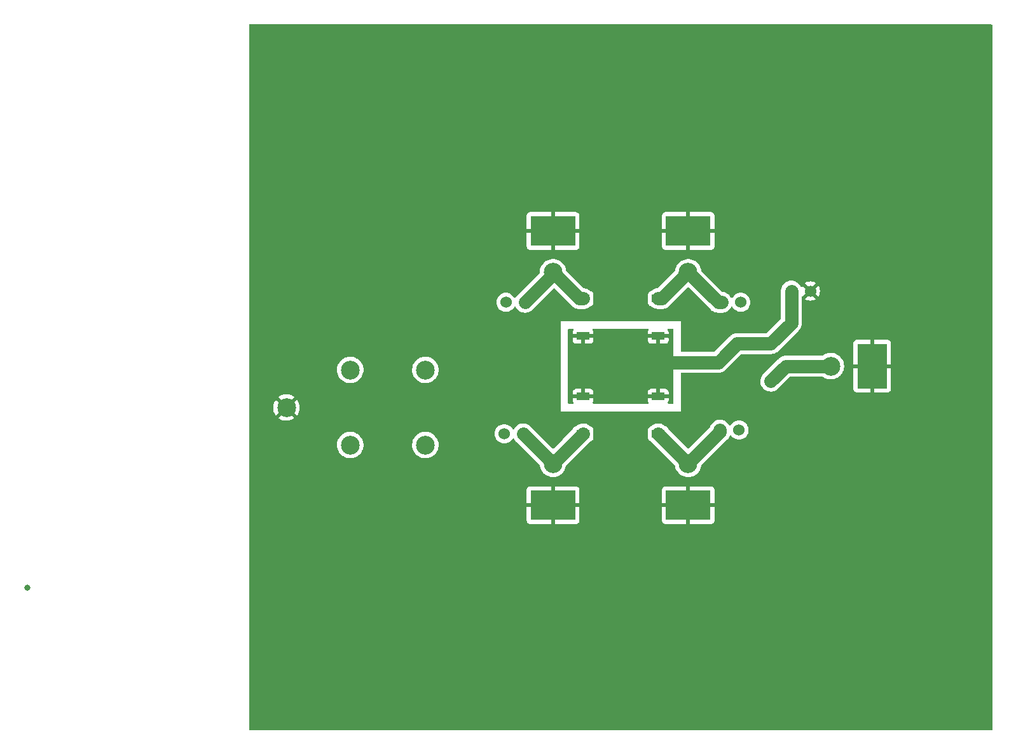
<source format=gbr>
%TF.GenerationSoftware,KiCad,Pcbnew,6.0.2+dfsg-1*%
%TF.CreationDate,2024-04-05T14:20:15-05:00*%
%TF.ProjectId,Dick Smith RDF KK-8345,4469636b-2053-46d6-9974-682052444620,001*%
%TF.SameCoordinates,Original*%
%TF.FileFunction,Copper,L1,Top*%
%TF.FilePolarity,Positive*%
%FSLAX46Y46*%
G04 Gerber Fmt 4.6, Leading zero omitted, Abs format (unit mm)*
G04 Created by KiCad (PCBNEW 6.0.2+dfsg-1) date 2024-04-05 14:20:15*
%MOMM*%
%LPD*%
G01*
G04 APERTURE LIST*
%TA.AperFunction,ComponentPad*%
%ADD10C,2.500000*%
%TD*%
%TA.AperFunction,ComponentPad*%
%ADD11R,6.000000X4.000000*%
%TD*%
%TA.AperFunction,ComponentPad*%
%ADD12R,4.000000X6.000000*%
%TD*%
%TA.AperFunction,ComponentPad*%
%ADD13R,1.750000X1.000000*%
%TD*%
%TA.AperFunction,ComponentPad*%
%ADD14C,1.524000*%
%TD*%
%TA.AperFunction,ComponentPad*%
%ADD15C,1.600000*%
%TD*%
%TA.AperFunction,ViaPad*%
%ADD16C,0.800000*%
%TD*%
%TA.AperFunction,Conductor*%
%ADD17C,1.750000*%
%TD*%
G04 APERTURE END LIST*
D10*
%TO.P,J6,1,Pin_1*%
%TO.N,Net-(J6-Pad1)*%
X113000000Y-101000000D03*
%TO.P,J6,2,Pin_2*%
%TO.N,Net-(J6-Pad2)*%
X113000000Y-91000000D03*
%TO.P,J6,3,Pin_3*%
%TO.N,Net-(J6-Pad3)*%
X123000000Y-91000000D03*
%TO.P,J6,4,Pin_4*%
%TO.N,Net-(J6-Pad4)*%
X123000000Y-101000000D03*
%TO.P,J6,SH,Shield*%
%TO.N,GNDREF*%
X104500000Y-96000000D03*
%TD*%
%TO.P,J3,1,In*%
%TO.N,Net-(D203-Pad1)*%
X158000000Y-103500000D03*
D11*
%TO.P,J3,2,Ext*%
%TO.N,GNDREF*%
X158000000Y-109000000D03*
%TD*%
D10*
%TO.P,J5,1,In*%
%TO.N,Net-(C1-Pad2)*%
X177000000Y-90500000D03*
D12*
%TO.P,J5,2,Ext*%
%TO.N,GNDREF*%
X182500000Y-90500000D03*
%TD*%
D13*
%TO.P,D201,1,K*%
%TO.N,Net-(D201-Pad1)*%
X144000000Y-81500000D03*
%TO.P,D201,2,A*%
%TO.N,Net-(C1-Pad1)*%
X144000000Y-86500000D03*
%TD*%
%TO.P,D203,1,K*%
%TO.N,Net-(D203-Pad1)*%
X154000000Y-99500000D03*
%TO.P,D203,2,A*%
%TO.N,Net-(C1-Pad1)*%
X154000000Y-94500000D03*
%TD*%
D10*
%TO.P,J4,1,In*%
%TO.N,Net-(D204-Pad1)*%
X140000000Y-103500000D03*
D11*
%TO.P,J4,2,Ext*%
%TO.N,GNDREF*%
X140000000Y-109000000D03*
%TD*%
D14*
%TO.P,L5,1,1*%
%TO.N,GNDREF*%
X174270000Y-80500000D03*
%TO.P,L5,2,2*%
%TO.N,Net-(C1-Pad1)*%
X171730000Y-80500000D03*
%TD*%
%TO.P,L2,1,1*%
%TO.N,Net-(D202-Pad1)*%
X162460000Y-82000000D03*
%TO.P,L2,2,2*%
%TO.N,Net-(J6-Pad2)*%
X165000000Y-82000000D03*
%TD*%
D13*
%TO.P,D204,1,K*%
%TO.N,Net-(D204-Pad1)*%
X144000000Y-99500000D03*
%TO.P,D204,2,A*%
%TO.N,Net-(C1-Pad1)*%
X144000000Y-94500000D03*
%TD*%
D14*
%TO.P,L4,1,1*%
%TO.N,Net-(D204-Pad1)*%
X136040000Y-99500000D03*
%TO.P,L4,2,2*%
%TO.N,Net-(J6-Pad4)*%
X133500000Y-99500000D03*
%TD*%
D15*
%TO.P,C1,1*%
%TO.N,Net-(C1-Pad1)*%
X169000000Y-87500000D03*
%TO.P,C1,2*%
%TO.N,Net-(C1-Pad2)*%
X169000000Y-92500000D03*
%TD*%
D10*
%TO.P,J2,1,In*%
%TO.N,Net-(D202-Pad1)*%
X158000000Y-78000000D03*
D11*
%TO.P,J2,2,Ext*%
%TO.N,GNDREF*%
X158000000Y-72500000D03*
%TD*%
D14*
%TO.P,L1,1,1*%
%TO.N,Net-(D201-Pad1)*%
X136270000Y-82000000D03*
%TO.P,L1,2,2*%
%TO.N,Net-(J6-Pad1)*%
X133730000Y-82000000D03*
%TD*%
D10*
%TO.P,J1,1,In*%
%TO.N,Net-(D201-Pad1)*%
X140000000Y-78000000D03*
D11*
%TO.P,J1,2,Ext*%
%TO.N,GNDREF*%
X140000000Y-72500000D03*
%TD*%
D13*
%TO.P,D202,1,K*%
%TO.N,Net-(D202-Pad1)*%
X154000000Y-81500000D03*
%TO.P,D202,2,A*%
%TO.N,Net-(C1-Pad1)*%
X154000000Y-86500000D03*
%TD*%
D14*
%TO.P,L3,1,1*%
%TO.N,Net-(D203-Pad1)*%
X162230000Y-99000000D03*
%TO.P,L3,2,2*%
%TO.N,Net-(J6-Pad3)*%
X164770000Y-99000000D03*
%TD*%
D16*
%TO.N,*%
X70000000Y-120000000D03*
%TO.N,GNDREF*%
X190000000Y-135000000D03*
X180000000Y-135000000D03*
X170000000Y-135000000D03*
X160000000Y-135000000D03*
X150000000Y-135000000D03*
X110000000Y-135000000D03*
X120000000Y-135000000D03*
X130000000Y-135000000D03*
X140000000Y-135000000D03*
X135000000Y-130000000D03*
X145000000Y-130000000D03*
X155000000Y-130000000D03*
X165000000Y-130000000D03*
X140000000Y-125000000D03*
X150000000Y-125000000D03*
X160000000Y-125000000D03*
X170000000Y-125000000D03*
X195000000Y-120000000D03*
X185000000Y-120000000D03*
X175000000Y-120000000D03*
X165000000Y-120000000D03*
X155000000Y-120000000D03*
X145000000Y-120000000D03*
X135000000Y-120000000D03*
X125000000Y-120000000D03*
X115000000Y-120000000D03*
X105000000Y-120000000D03*
X110000000Y-115000000D03*
X120000000Y-115000000D03*
X130000000Y-115000000D03*
X140000000Y-115000000D03*
X150000000Y-115000000D03*
X160000000Y-115000000D03*
X170000000Y-115000000D03*
X180000000Y-115000000D03*
X190000000Y-115000000D03*
X195000000Y-110000000D03*
X185000000Y-110000000D03*
X175000000Y-110000000D03*
X165000000Y-110000000D03*
X145000000Y-110000000D03*
X135000000Y-110000000D03*
X125000000Y-110000000D03*
X115000000Y-110000000D03*
X105000000Y-100000000D03*
X105000000Y-110000000D03*
X110000000Y-105000000D03*
X120000000Y-105000000D03*
X130000000Y-105000000D03*
X150000000Y-105000000D03*
X170000000Y-105000000D03*
X180000000Y-105000000D03*
X190000000Y-105000000D03*
X195000000Y-100000000D03*
X185000000Y-100000000D03*
X175000000Y-100000000D03*
X115000000Y-100000000D03*
X120000000Y-95000000D03*
X130000000Y-95000000D03*
X140000000Y-95000000D03*
X170000000Y-95000000D03*
X180000000Y-95000000D03*
X190000000Y-95000000D03*
X195000000Y-90000000D03*
X165000000Y-90000000D03*
X105000000Y-90000000D03*
X110000000Y-85000000D03*
X120000000Y-85000000D03*
X130000000Y-85000000D03*
X140000000Y-85000000D03*
X160000000Y-85000000D03*
X180000000Y-85000000D03*
X190000000Y-85000000D03*
X195000000Y-80000000D03*
X185000000Y-80000000D03*
X165000000Y-80000000D03*
X145000000Y-80000000D03*
X135000000Y-80000000D03*
X125000000Y-80000000D03*
X115000000Y-80000000D03*
X105000000Y-80000000D03*
X110000000Y-75000000D03*
X120000000Y-75000000D03*
X130000000Y-75000000D03*
X150000000Y-75000000D03*
X170000000Y-75000000D03*
X180000000Y-75000000D03*
X190000000Y-75000000D03*
X195000000Y-70000000D03*
X185000000Y-70000000D03*
X175000000Y-70000000D03*
X165000000Y-70000000D03*
X145000000Y-70000000D03*
X135000000Y-70000000D03*
X125000000Y-70000000D03*
X115000000Y-70000000D03*
X105000000Y-70000000D03*
X110000000Y-65000000D03*
X120000000Y-65000000D03*
X130000000Y-65000000D03*
X140000000Y-65000000D03*
X150000000Y-65000000D03*
X160000000Y-65000000D03*
X170000000Y-65000000D03*
X180000000Y-65000000D03*
X190000000Y-65000000D03*
X195000000Y-60000000D03*
X185000000Y-60000000D03*
X175000000Y-60000000D03*
X165000000Y-60000000D03*
X155000000Y-60000000D03*
X145000000Y-60000000D03*
X135000000Y-60000000D03*
X125000000Y-60000000D03*
X120000000Y-55000000D03*
X130000000Y-55000000D03*
X140000000Y-55000000D03*
X150000000Y-55000000D03*
X160000000Y-55000000D03*
X170000000Y-55000000D03*
X180000000Y-55000000D03*
X190000000Y-55000000D03*
X195000000Y-50000000D03*
X185000000Y-50000000D03*
X175000000Y-50000000D03*
X165000000Y-50000000D03*
X155000000Y-50000000D03*
X145000000Y-50000000D03*
X135000000Y-50000000D03*
X125000000Y-50000000D03*
X115000000Y-60000000D03*
X105000000Y-60000000D03*
X110000000Y-55000000D03*
X115000000Y-50000000D03*
X105000000Y-50000000D03*
%TD*%
D17*
%TO.N,Net-(C1-Pad2)*%
X177000000Y-90500000D02*
X171000000Y-90500000D01*
X171000000Y-90500000D02*
X169000000Y-92500000D01*
%TO.N,Net-(C1-Pad1)*%
X162500000Y-89500000D02*
X162000000Y-90000000D01*
X169000000Y-87500000D02*
X164500000Y-87500000D01*
X164500000Y-87500000D02*
X162500000Y-89500000D01*
X162000000Y-90000000D02*
X153500000Y-90000000D01*
X171730000Y-80500000D02*
X171730000Y-84770000D01*
X171730000Y-84770000D02*
X169000000Y-87500000D01*
%TO.N,Net-(D204-Pad1)*%
X144000000Y-99500000D02*
X140000000Y-103500000D01*
X136040000Y-99500000D02*
X136040000Y-99540000D01*
X136040000Y-99540000D02*
X140000000Y-103500000D01*
%TO.N,Net-(D203-Pad1)*%
X154000000Y-99500000D02*
X158000000Y-103500000D01*
X162230000Y-99000000D02*
X162230000Y-99270000D01*
X162230000Y-99270000D02*
X158000000Y-103500000D01*
%TO.N,Net-(D201-Pad1)*%
X140000000Y-78000000D02*
X140000000Y-78270000D01*
X143500000Y-81500000D02*
X144000000Y-81500000D01*
X140000000Y-78000000D02*
X143500000Y-81500000D01*
X140000000Y-78270000D02*
X136270000Y-82000000D01*
%TO.N,Net-(D202-Pad1)*%
X154500000Y-81500000D02*
X158000000Y-78000000D01*
X158000000Y-78000000D02*
X162000000Y-82000000D01*
X162000000Y-82000000D02*
X162460000Y-82000000D01*
X154000000Y-81500000D02*
X154500000Y-81500000D01*
%TD*%
%TA.AperFunction,Conductor*%
%TO.N,Net-(C1-Pad1)*%
G36*
X142681074Y-85520002D02*
G01*
X142727567Y-85573658D01*
X142737671Y-85643932D01*
X142713780Y-85701564D01*
X142680213Y-85746352D01*
X142671676Y-85761946D01*
X142626522Y-85882394D01*
X142622895Y-85897649D01*
X142617369Y-85948514D01*
X142617000Y-85955328D01*
X142617000Y-86227885D01*
X142621475Y-86243124D01*
X142622865Y-86244329D01*
X142630548Y-86246000D01*
X145364884Y-86246000D01*
X145380123Y-86241525D01*
X145381328Y-86240135D01*
X145382999Y-86232452D01*
X145382999Y-85955331D01*
X145382629Y-85948510D01*
X145377105Y-85897648D01*
X145373479Y-85882396D01*
X145328324Y-85761946D01*
X145319787Y-85746352D01*
X145286220Y-85701564D01*
X145261373Y-85635058D01*
X145276426Y-85565675D01*
X145326601Y-85515446D01*
X145387047Y-85500000D01*
X152612953Y-85500000D01*
X152681074Y-85520002D01*
X152727567Y-85573658D01*
X152737671Y-85643932D01*
X152713780Y-85701564D01*
X152680213Y-85746352D01*
X152671676Y-85761946D01*
X152626522Y-85882394D01*
X152622895Y-85897649D01*
X152617369Y-85948514D01*
X152617000Y-85955328D01*
X152617000Y-86227885D01*
X152621475Y-86243124D01*
X152622865Y-86244329D01*
X152630548Y-86246000D01*
X155364884Y-86246000D01*
X155380123Y-86241525D01*
X155381328Y-86240135D01*
X155382999Y-86232452D01*
X155382999Y-85955331D01*
X155382629Y-85948510D01*
X155377105Y-85897648D01*
X155373479Y-85882396D01*
X155328324Y-85761946D01*
X155319787Y-85746352D01*
X155286220Y-85701564D01*
X155261373Y-85635058D01*
X155276426Y-85565675D01*
X155326601Y-85515446D01*
X155387047Y-85500000D01*
X155874000Y-85500000D01*
X155942121Y-85520002D01*
X155988614Y-85573658D01*
X156000000Y-85626000D01*
X156000000Y-95374000D01*
X155979998Y-95442121D01*
X155926342Y-95488614D01*
X155874000Y-95500000D01*
X155387047Y-95500000D01*
X155318926Y-95479998D01*
X155272433Y-95426342D01*
X155262329Y-95356068D01*
X155286220Y-95298436D01*
X155319787Y-95253648D01*
X155328324Y-95238054D01*
X155373478Y-95117606D01*
X155377105Y-95102351D01*
X155382631Y-95051486D01*
X155383000Y-95044672D01*
X155383000Y-94772115D01*
X155378525Y-94756876D01*
X155377135Y-94755671D01*
X155369452Y-94754000D01*
X152635116Y-94754000D01*
X152619877Y-94758475D01*
X152618672Y-94759865D01*
X152617001Y-94767548D01*
X152617001Y-95044669D01*
X152617371Y-95051490D01*
X152622895Y-95102352D01*
X152626521Y-95117604D01*
X152671676Y-95238054D01*
X152680213Y-95253648D01*
X152713780Y-95298436D01*
X152738627Y-95364942D01*
X152723574Y-95434325D01*
X152673399Y-95484554D01*
X152612953Y-95500000D01*
X145387047Y-95500000D01*
X145318926Y-95479998D01*
X145272433Y-95426342D01*
X145262329Y-95356068D01*
X145286220Y-95298436D01*
X145319787Y-95253648D01*
X145328324Y-95238054D01*
X145373478Y-95117606D01*
X145377105Y-95102351D01*
X145382631Y-95051486D01*
X145383000Y-95044672D01*
X145383000Y-94772115D01*
X145378525Y-94756876D01*
X145377135Y-94755671D01*
X145369452Y-94754000D01*
X142635116Y-94754000D01*
X142619877Y-94758475D01*
X142618672Y-94759865D01*
X142617001Y-94767548D01*
X142617001Y-95044669D01*
X142617371Y-95051490D01*
X142622895Y-95102352D01*
X142626521Y-95117604D01*
X142671676Y-95238054D01*
X142680213Y-95253648D01*
X142713780Y-95298436D01*
X142738627Y-95364942D01*
X142723574Y-95434325D01*
X142673399Y-95484554D01*
X142612953Y-95500000D01*
X142126000Y-95500000D01*
X142057879Y-95479998D01*
X142011386Y-95426342D01*
X142000000Y-95374000D01*
X142000000Y-94227885D01*
X142617000Y-94227885D01*
X142621475Y-94243124D01*
X142622865Y-94244329D01*
X142630548Y-94246000D01*
X143727885Y-94246000D01*
X143743124Y-94241525D01*
X143744329Y-94240135D01*
X143746000Y-94232452D01*
X143746000Y-94227885D01*
X144254000Y-94227885D01*
X144258475Y-94243124D01*
X144259865Y-94244329D01*
X144267548Y-94246000D01*
X145364884Y-94246000D01*
X145380123Y-94241525D01*
X145381328Y-94240135D01*
X145382999Y-94232452D01*
X145382999Y-94227885D01*
X152617000Y-94227885D01*
X152621475Y-94243124D01*
X152622865Y-94244329D01*
X152630548Y-94246000D01*
X153727885Y-94246000D01*
X153743124Y-94241525D01*
X153744329Y-94240135D01*
X153746000Y-94232452D01*
X153746000Y-94227885D01*
X154254000Y-94227885D01*
X154258475Y-94243124D01*
X154259865Y-94244329D01*
X154267548Y-94246000D01*
X155364884Y-94246000D01*
X155380123Y-94241525D01*
X155381328Y-94240135D01*
X155382999Y-94232452D01*
X155382999Y-93955331D01*
X155382629Y-93948510D01*
X155377105Y-93897648D01*
X155373479Y-93882396D01*
X155328324Y-93761946D01*
X155319786Y-93746351D01*
X155243285Y-93644276D01*
X155230724Y-93631715D01*
X155128649Y-93555214D01*
X155113054Y-93546676D01*
X154992606Y-93501522D01*
X154977351Y-93497895D01*
X154926486Y-93492369D01*
X154919672Y-93492000D01*
X154272115Y-93492000D01*
X154256876Y-93496475D01*
X154255671Y-93497865D01*
X154254000Y-93505548D01*
X154254000Y-94227885D01*
X153746000Y-94227885D01*
X153746000Y-93510116D01*
X153741525Y-93494877D01*
X153740135Y-93493672D01*
X153732452Y-93492001D01*
X153080331Y-93492001D01*
X153073510Y-93492371D01*
X153022648Y-93497895D01*
X153007396Y-93501521D01*
X152886946Y-93546676D01*
X152871351Y-93555214D01*
X152769276Y-93631715D01*
X152756715Y-93644276D01*
X152680214Y-93746351D01*
X152671676Y-93761946D01*
X152626522Y-93882394D01*
X152622895Y-93897649D01*
X152617369Y-93948514D01*
X152617000Y-93955328D01*
X152617000Y-94227885D01*
X145382999Y-94227885D01*
X145382999Y-93955331D01*
X145382629Y-93948510D01*
X145377105Y-93897648D01*
X145373479Y-93882396D01*
X145328324Y-93761946D01*
X145319786Y-93746351D01*
X145243285Y-93644276D01*
X145230724Y-93631715D01*
X145128649Y-93555214D01*
X145113054Y-93546676D01*
X144992606Y-93501522D01*
X144977351Y-93497895D01*
X144926486Y-93492369D01*
X144919672Y-93492000D01*
X144272115Y-93492000D01*
X144256876Y-93496475D01*
X144255671Y-93497865D01*
X144254000Y-93505548D01*
X144254000Y-94227885D01*
X143746000Y-94227885D01*
X143746000Y-93510116D01*
X143741525Y-93494877D01*
X143740135Y-93493672D01*
X143732452Y-93492001D01*
X143080331Y-93492001D01*
X143073510Y-93492371D01*
X143022648Y-93497895D01*
X143007396Y-93501521D01*
X142886946Y-93546676D01*
X142871351Y-93555214D01*
X142769276Y-93631715D01*
X142756715Y-93644276D01*
X142680214Y-93746351D01*
X142671676Y-93761946D01*
X142626522Y-93882394D01*
X142622895Y-93897649D01*
X142617369Y-93948514D01*
X142617000Y-93955328D01*
X142617000Y-94227885D01*
X142000000Y-94227885D01*
X142000000Y-87044669D01*
X142617001Y-87044669D01*
X142617371Y-87051490D01*
X142622895Y-87102352D01*
X142626521Y-87117604D01*
X142671676Y-87238054D01*
X142680214Y-87253649D01*
X142756715Y-87355724D01*
X142769276Y-87368285D01*
X142871351Y-87444786D01*
X142886946Y-87453324D01*
X143007394Y-87498478D01*
X143022649Y-87502105D01*
X143073514Y-87507631D01*
X143080328Y-87508000D01*
X143727885Y-87508000D01*
X143743124Y-87503525D01*
X143744329Y-87502135D01*
X143746000Y-87494452D01*
X143746000Y-87489884D01*
X144254000Y-87489884D01*
X144258475Y-87505123D01*
X144259865Y-87506328D01*
X144267548Y-87507999D01*
X144919669Y-87507999D01*
X144926490Y-87507629D01*
X144977352Y-87502105D01*
X144992604Y-87498479D01*
X145113054Y-87453324D01*
X145128649Y-87444786D01*
X145230724Y-87368285D01*
X145243285Y-87355724D01*
X145319786Y-87253649D01*
X145328324Y-87238054D01*
X145373478Y-87117606D01*
X145377105Y-87102351D01*
X145382631Y-87051486D01*
X145383000Y-87044672D01*
X145383000Y-87044669D01*
X152617001Y-87044669D01*
X152617371Y-87051490D01*
X152622895Y-87102352D01*
X152626521Y-87117604D01*
X152671676Y-87238054D01*
X152680214Y-87253649D01*
X152756715Y-87355724D01*
X152769276Y-87368285D01*
X152871351Y-87444786D01*
X152886946Y-87453324D01*
X153007394Y-87498478D01*
X153022649Y-87502105D01*
X153073514Y-87507631D01*
X153080328Y-87508000D01*
X153727885Y-87508000D01*
X153743124Y-87503525D01*
X153744329Y-87502135D01*
X153746000Y-87494452D01*
X153746000Y-87489884D01*
X154254000Y-87489884D01*
X154258475Y-87505123D01*
X154259865Y-87506328D01*
X154267548Y-87507999D01*
X154919669Y-87507999D01*
X154926490Y-87507629D01*
X154977352Y-87502105D01*
X154992604Y-87498479D01*
X155113054Y-87453324D01*
X155128649Y-87444786D01*
X155230724Y-87368285D01*
X155243285Y-87355724D01*
X155319786Y-87253649D01*
X155328324Y-87238054D01*
X155373478Y-87117606D01*
X155377105Y-87102351D01*
X155382631Y-87051486D01*
X155383000Y-87044672D01*
X155383000Y-86772115D01*
X155378525Y-86756876D01*
X155377135Y-86755671D01*
X155369452Y-86754000D01*
X154272115Y-86754000D01*
X154256876Y-86758475D01*
X154255671Y-86759865D01*
X154254000Y-86767548D01*
X154254000Y-87489884D01*
X153746000Y-87489884D01*
X153746000Y-86772115D01*
X153741525Y-86756876D01*
X153740135Y-86755671D01*
X153732452Y-86754000D01*
X152635116Y-86754000D01*
X152619877Y-86758475D01*
X152618672Y-86759865D01*
X152617001Y-86767548D01*
X152617001Y-87044669D01*
X145383000Y-87044669D01*
X145383000Y-86772115D01*
X145378525Y-86756876D01*
X145377135Y-86755671D01*
X145369452Y-86754000D01*
X144272115Y-86754000D01*
X144256876Y-86758475D01*
X144255671Y-86759865D01*
X144254000Y-86767548D01*
X144254000Y-87489884D01*
X143746000Y-87489884D01*
X143746000Y-86772115D01*
X143741525Y-86756876D01*
X143740135Y-86755671D01*
X143732452Y-86754000D01*
X142635116Y-86754000D01*
X142619877Y-86758475D01*
X142618672Y-86759865D01*
X142617001Y-86767548D01*
X142617001Y-87044669D01*
X142000000Y-87044669D01*
X142000000Y-85626000D01*
X142020002Y-85557879D01*
X142073658Y-85511386D01*
X142126000Y-85500000D01*
X142612953Y-85500000D01*
X142681074Y-85520002D01*
G37*
%TD.AperFunction*%
%TD*%
%TA.AperFunction,Conductor*%
%TO.N,GNDREF*%
G36*
X198434121Y-45028002D02*
G01*
X198480614Y-45081658D01*
X198492000Y-45134000D01*
X198492000Y-138866000D01*
X198471998Y-138934121D01*
X198418342Y-138980614D01*
X198366000Y-138992000D01*
X99634000Y-138992000D01*
X99565879Y-138971998D01*
X99519386Y-138918342D01*
X99508000Y-138866000D01*
X99508000Y-111044669D01*
X136492001Y-111044669D01*
X136492371Y-111051490D01*
X136497895Y-111102352D01*
X136501521Y-111117604D01*
X136546676Y-111238054D01*
X136555214Y-111253649D01*
X136631715Y-111355724D01*
X136644276Y-111368285D01*
X136746351Y-111444786D01*
X136761946Y-111453324D01*
X136882394Y-111498478D01*
X136897649Y-111502105D01*
X136948514Y-111507631D01*
X136955328Y-111508000D01*
X139727885Y-111508000D01*
X139743124Y-111503525D01*
X139744329Y-111502135D01*
X139746000Y-111494452D01*
X139746000Y-111489884D01*
X140254000Y-111489884D01*
X140258475Y-111505123D01*
X140259865Y-111506328D01*
X140267548Y-111507999D01*
X143044669Y-111507999D01*
X143051490Y-111507629D01*
X143102352Y-111502105D01*
X143117604Y-111498479D01*
X143238054Y-111453324D01*
X143253649Y-111444786D01*
X143355724Y-111368285D01*
X143368285Y-111355724D01*
X143444786Y-111253649D01*
X143453324Y-111238054D01*
X143498478Y-111117606D01*
X143502105Y-111102351D01*
X143507631Y-111051486D01*
X143508000Y-111044672D01*
X143508000Y-111044669D01*
X154492001Y-111044669D01*
X154492371Y-111051490D01*
X154497895Y-111102352D01*
X154501521Y-111117604D01*
X154546676Y-111238054D01*
X154555214Y-111253649D01*
X154631715Y-111355724D01*
X154644276Y-111368285D01*
X154746351Y-111444786D01*
X154761946Y-111453324D01*
X154882394Y-111498478D01*
X154897649Y-111502105D01*
X154948514Y-111507631D01*
X154955328Y-111508000D01*
X157727885Y-111508000D01*
X157743124Y-111503525D01*
X157744329Y-111502135D01*
X157746000Y-111494452D01*
X157746000Y-111489884D01*
X158254000Y-111489884D01*
X158258475Y-111505123D01*
X158259865Y-111506328D01*
X158267548Y-111507999D01*
X161044669Y-111507999D01*
X161051490Y-111507629D01*
X161102352Y-111502105D01*
X161117604Y-111498479D01*
X161238054Y-111453324D01*
X161253649Y-111444786D01*
X161355724Y-111368285D01*
X161368285Y-111355724D01*
X161444786Y-111253649D01*
X161453324Y-111238054D01*
X161498478Y-111117606D01*
X161502105Y-111102351D01*
X161507631Y-111051486D01*
X161508000Y-111044672D01*
X161508000Y-109272115D01*
X161503525Y-109256876D01*
X161502135Y-109255671D01*
X161494452Y-109254000D01*
X158272115Y-109254000D01*
X158256876Y-109258475D01*
X158255671Y-109259865D01*
X158254000Y-109267548D01*
X158254000Y-111489884D01*
X157746000Y-111489884D01*
X157746000Y-109272115D01*
X157741525Y-109256876D01*
X157740135Y-109255671D01*
X157732452Y-109254000D01*
X154510116Y-109254000D01*
X154494877Y-109258475D01*
X154493672Y-109259865D01*
X154492001Y-109267548D01*
X154492001Y-111044669D01*
X143508000Y-111044669D01*
X143508000Y-109272115D01*
X143503525Y-109256876D01*
X143502135Y-109255671D01*
X143494452Y-109254000D01*
X140272115Y-109254000D01*
X140256876Y-109258475D01*
X140255671Y-109259865D01*
X140254000Y-109267548D01*
X140254000Y-111489884D01*
X139746000Y-111489884D01*
X139746000Y-109272115D01*
X139741525Y-109256876D01*
X139740135Y-109255671D01*
X139732452Y-109254000D01*
X136510116Y-109254000D01*
X136494877Y-109258475D01*
X136493672Y-109259865D01*
X136492001Y-109267548D01*
X136492001Y-111044669D01*
X99508000Y-111044669D01*
X99508000Y-108727885D01*
X136492000Y-108727885D01*
X136496475Y-108743124D01*
X136497865Y-108744329D01*
X136505548Y-108746000D01*
X139727885Y-108746000D01*
X139743124Y-108741525D01*
X139744329Y-108740135D01*
X139746000Y-108732452D01*
X139746000Y-108727885D01*
X140254000Y-108727885D01*
X140258475Y-108743124D01*
X140259865Y-108744329D01*
X140267548Y-108746000D01*
X143489884Y-108746000D01*
X143505123Y-108741525D01*
X143506328Y-108740135D01*
X143507999Y-108732452D01*
X143507999Y-108727885D01*
X154492000Y-108727885D01*
X154496475Y-108743124D01*
X154497865Y-108744329D01*
X154505548Y-108746000D01*
X157727885Y-108746000D01*
X157743124Y-108741525D01*
X157744329Y-108740135D01*
X157746000Y-108732452D01*
X157746000Y-108727885D01*
X158254000Y-108727885D01*
X158258475Y-108743124D01*
X158259865Y-108744329D01*
X158267548Y-108746000D01*
X161489884Y-108746000D01*
X161505123Y-108741525D01*
X161506328Y-108740135D01*
X161507999Y-108732452D01*
X161507999Y-106955331D01*
X161507629Y-106948510D01*
X161502105Y-106897648D01*
X161498479Y-106882396D01*
X161453324Y-106761946D01*
X161444786Y-106746351D01*
X161368285Y-106644276D01*
X161355724Y-106631715D01*
X161253649Y-106555214D01*
X161238054Y-106546676D01*
X161117606Y-106501522D01*
X161102351Y-106497895D01*
X161051486Y-106492369D01*
X161044672Y-106492000D01*
X158272115Y-106492000D01*
X158256876Y-106496475D01*
X158255671Y-106497865D01*
X158254000Y-106505548D01*
X158254000Y-108727885D01*
X157746000Y-108727885D01*
X157746000Y-106510116D01*
X157741525Y-106494877D01*
X157740135Y-106493672D01*
X157732452Y-106492001D01*
X154955331Y-106492001D01*
X154948510Y-106492371D01*
X154897648Y-106497895D01*
X154882396Y-106501521D01*
X154761946Y-106546676D01*
X154746351Y-106555214D01*
X154644276Y-106631715D01*
X154631715Y-106644276D01*
X154555214Y-106746351D01*
X154546676Y-106761946D01*
X154501522Y-106882394D01*
X154497895Y-106897649D01*
X154492369Y-106948514D01*
X154492000Y-106955328D01*
X154492000Y-108727885D01*
X143507999Y-108727885D01*
X143507999Y-106955331D01*
X143507629Y-106948510D01*
X143502105Y-106897648D01*
X143498479Y-106882396D01*
X143453324Y-106761946D01*
X143444786Y-106746351D01*
X143368285Y-106644276D01*
X143355724Y-106631715D01*
X143253649Y-106555214D01*
X143238054Y-106546676D01*
X143117606Y-106501522D01*
X143102351Y-106497895D01*
X143051486Y-106492369D01*
X143044672Y-106492000D01*
X140272115Y-106492000D01*
X140256876Y-106496475D01*
X140255671Y-106497865D01*
X140254000Y-106505548D01*
X140254000Y-108727885D01*
X139746000Y-108727885D01*
X139746000Y-106510116D01*
X139741525Y-106494877D01*
X139740135Y-106493672D01*
X139732452Y-106492001D01*
X136955331Y-106492001D01*
X136948510Y-106492371D01*
X136897648Y-106497895D01*
X136882396Y-106501521D01*
X136761946Y-106546676D01*
X136746351Y-106555214D01*
X136644276Y-106631715D01*
X136631715Y-106644276D01*
X136555214Y-106746351D01*
X136546676Y-106761946D01*
X136501522Y-106882394D01*
X136497895Y-106897649D01*
X136492369Y-106948514D01*
X136492000Y-106955328D01*
X136492000Y-108727885D01*
X99508000Y-108727885D01*
X99508000Y-100953839D01*
X111237173Y-100953839D01*
X111249713Y-101214908D01*
X111300704Y-101471256D01*
X111389026Y-101717252D01*
X111391242Y-101721376D01*
X111455753Y-101841437D01*
X111512737Y-101947491D01*
X111515532Y-101951234D01*
X111515534Y-101951237D01*
X111666330Y-102153177D01*
X111666335Y-102153183D01*
X111669122Y-102156915D01*
X111672431Y-102160195D01*
X111672436Y-102160201D01*
X111851426Y-102337635D01*
X111854743Y-102340923D01*
X111858505Y-102343681D01*
X111858508Y-102343684D01*
X112061750Y-102492707D01*
X112065524Y-102495474D01*
X112069667Y-102497654D01*
X112069669Y-102497655D01*
X112292684Y-102614989D01*
X112292689Y-102614991D01*
X112296834Y-102617172D01*
X112543590Y-102703344D01*
X112548183Y-102704216D01*
X112795785Y-102751224D01*
X112795788Y-102751224D01*
X112800374Y-102752095D01*
X112930959Y-102757226D01*
X113056875Y-102762174D01*
X113056881Y-102762174D01*
X113061543Y-102762357D01*
X113140977Y-102753657D01*
X113316707Y-102734412D01*
X113316712Y-102734411D01*
X113321360Y-102733902D01*
X113434116Y-102704216D01*
X113569594Y-102668548D01*
X113569596Y-102668547D01*
X113574117Y-102667357D01*
X113814262Y-102564182D01*
X114036519Y-102426646D01*
X114040082Y-102423629D01*
X114040087Y-102423626D01*
X114232439Y-102260787D01*
X114232440Y-102260786D01*
X114236005Y-102257768D01*
X114327729Y-102153177D01*
X114405257Y-102064774D01*
X114405261Y-102064769D01*
X114408339Y-102061259D01*
X114549733Y-101841437D01*
X114657083Y-101603129D01*
X114673918Y-101543436D01*
X114726760Y-101356076D01*
X114726761Y-101356073D01*
X114728030Y-101351572D01*
X114744832Y-101219496D01*
X114760616Y-101095421D01*
X114760616Y-101095417D01*
X114761014Y-101092291D01*
X114763431Y-101000000D01*
X114760001Y-100953839D01*
X121237173Y-100953839D01*
X121249713Y-101214908D01*
X121300704Y-101471256D01*
X121389026Y-101717252D01*
X121391242Y-101721376D01*
X121455753Y-101841437D01*
X121512737Y-101947491D01*
X121515532Y-101951234D01*
X121515534Y-101951237D01*
X121666330Y-102153177D01*
X121666335Y-102153183D01*
X121669122Y-102156915D01*
X121672431Y-102160195D01*
X121672436Y-102160201D01*
X121851426Y-102337635D01*
X121854743Y-102340923D01*
X121858505Y-102343681D01*
X121858508Y-102343684D01*
X122061750Y-102492707D01*
X122065524Y-102495474D01*
X122069667Y-102497654D01*
X122069669Y-102497655D01*
X122292684Y-102614989D01*
X122292689Y-102614991D01*
X122296834Y-102617172D01*
X122543590Y-102703344D01*
X122548183Y-102704216D01*
X122795785Y-102751224D01*
X122795788Y-102751224D01*
X122800374Y-102752095D01*
X122930959Y-102757226D01*
X123056875Y-102762174D01*
X123056881Y-102762174D01*
X123061543Y-102762357D01*
X123140977Y-102753657D01*
X123316707Y-102734412D01*
X123316712Y-102734411D01*
X123321360Y-102733902D01*
X123434116Y-102704216D01*
X123569594Y-102668548D01*
X123569596Y-102668547D01*
X123574117Y-102667357D01*
X123814262Y-102564182D01*
X124036519Y-102426646D01*
X124040082Y-102423629D01*
X124040087Y-102423626D01*
X124232439Y-102260787D01*
X124232440Y-102260786D01*
X124236005Y-102257768D01*
X124327729Y-102153177D01*
X124405257Y-102064774D01*
X124405261Y-102064769D01*
X124408339Y-102061259D01*
X124549733Y-101841437D01*
X124657083Y-101603129D01*
X124673918Y-101543436D01*
X124726760Y-101356076D01*
X124726761Y-101356073D01*
X124728030Y-101351572D01*
X124744832Y-101219496D01*
X124760616Y-101095421D01*
X124760616Y-101095417D01*
X124761014Y-101092291D01*
X124763431Y-101000000D01*
X124746701Y-100774874D01*
X124744407Y-100744000D01*
X124744406Y-100743996D01*
X124744061Y-100739348D01*
X124735127Y-100699863D01*
X124691138Y-100505462D01*
X124686377Y-100484423D01*
X124684684Y-100480069D01*
X124593340Y-100245176D01*
X124593339Y-100245173D01*
X124591647Y-100240823D01*
X124589198Y-100236537D01*
X124532694Y-100137676D01*
X124461951Y-100013902D01*
X124300138Y-99808643D01*
X124109763Y-99629557D01*
X123930901Y-99505475D01*
X123923009Y-99500000D01*
X132224647Y-99500000D01*
X132244022Y-99721463D01*
X132301560Y-99936196D01*
X132303882Y-99941177D01*
X132303883Y-99941178D01*
X132393186Y-100132689D01*
X132393189Y-100132694D01*
X132395512Y-100137676D01*
X132398668Y-100142183D01*
X132398669Y-100142185D01*
X132519861Y-100315265D01*
X132523023Y-100319781D01*
X132680219Y-100476977D01*
X132684727Y-100480134D01*
X132684730Y-100480136D01*
X132721458Y-100505853D01*
X132862323Y-100604488D01*
X132867305Y-100606811D01*
X132867310Y-100606814D01*
X133053817Y-100693783D01*
X133063804Y-100698440D01*
X133069112Y-100699862D01*
X133069114Y-100699863D01*
X133134949Y-100717503D01*
X133278537Y-100755978D01*
X133500000Y-100775353D01*
X133721463Y-100755978D01*
X133865051Y-100717503D01*
X133930886Y-100699863D01*
X133930888Y-100699862D01*
X133936196Y-100698440D01*
X133946183Y-100693783D01*
X134132690Y-100606814D01*
X134132695Y-100606811D01*
X134137677Y-100604488D01*
X134278542Y-100505853D01*
X134315270Y-100480136D01*
X134315273Y-100480134D01*
X134319781Y-100476977D01*
X134476977Y-100319781D01*
X134480136Y-100315270D01*
X134480140Y-100315265D01*
X134591386Y-100156388D01*
X134646843Y-100112059D01*
X134717462Y-100104750D01*
X134780823Y-100136780D01*
X134809481Y-100176907D01*
X134826766Y-100215278D01*
X134829748Y-100219708D01*
X134831909Y-100223590D01*
X134834055Y-100227323D01*
X134836312Y-100232151D01*
X134839351Y-100236531D01*
X134839354Y-100236537D01*
X134897266Y-100320017D01*
X134898258Y-100321469D01*
X134954907Y-100405614D01*
X134954911Y-100405618D01*
X134957888Y-100410041D01*
X134961567Y-100413898D01*
X134964801Y-100417920D01*
X134965172Y-100418412D01*
X134965185Y-100418402D01*
X134967776Y-100421656D01*
X134970140Y-100425064D01*
X134972932Y-100428132D01*
X134972934Y-100428135D01*
X134985707Y-100442173D01*
X134985721Y-100442187D01*
X134986714Y-100443279D01*
X135048207Y-100504772D01*
X135050282Y-100506895D01*
X135119951Y-100579927D01*
X135124236Y-100583115D01*
X135124237Y-100583116D01*
X135125902Y-100584355D01*
X135139784Y-100596349D01*
X138220542Y-103677106D01*
X138255026Y-103741619D01*
X138300704Y-103971256D01*
X138389026Y-104217252D01*
X138391242Y-104221376D01*
X138455753Y-104341437D01*
X138512737Y-104447491D01*
X138515532Y-104451234D01*
X138515534Y-104451237D01*
X138666330Y-104653177D01*
X138666335Y-104653183D01*
X138669122Y-104656915D01*
X138672431Y-104660195D01*
X138672436Y-104660201D01*
X138851426Y-104837635D01*
X138854743Y-104840923D01*
X138858505Y-104843681D01*
X138858508Y-104843684D01*
X139061750Y-104992707D01*
X139065524Y-104995474D01*
X139069667Y-104997654D01*
X139069669Y-104997655D01*
X139292684Y-105114989D01*
X139292689Y-105114991D01*
X139296834Y-105117172D01*
X139543590Y-105203344D01*
X139548183Y-105204216D01*
X139795785Y-105251224D01*
X139795788Y-105251224D01*
X139800374Y-105252095D01*
X139930959Y-105257226D01*
X140056875Y-105262174D01*
X140056881Y-105262174D01*
X140061543Y-105262357D01*
X140140977Y-105253657D01*
X140316707Y-105234412D01*
X140316712Y-105234411D01*
X140321360Y-105233902D01*
X140434116Y-105204216D01*
X140569594Y-105168548D01*
X140569596Y-105168547D01*
X140574117Y-105167357D01*
X140814262Y-105064182D01*
X141036519Y-104926646D01*
X141040082Y-104923629D01*
X141040087Y-104923626D01*
X141232439Y-104760787D01*
X141232440Y-104760786D01*
X141236005Y-104757768D01*
X141327729Y-104653177D01*
X141405257Y-104564774D01*
X141405261Y-104564769D01*
X141408339Y-104561259D01*
X141549733Y-104341437D01*
X141657083Y-104103129D01*
X141728030Y-103851572D01*
X141740527Y-103753333D01*
X141768966Y-103688281D01*
X141776425Y-103680139D01*
X144921403Y-100535161D01*
X144980235Y-100502297D01*
X144985316Y-100501745D01*
X145121705Y-100450615D01*
X145238261Y-100363261D01*
X145325615Y-100246705D01*
X145376745Y-100110316D01*
X145383500Y-100048134D01*
X145383500Y-99519387D01*
X152611633Y-99519387D01*
X152615888Y-99562395D01*
X152616500Y-99574800D01*
X152616500Y-100048134D01*
X152623255Y-100110316D01*
X152674385Y-100246705D01*
X152761739Y-100363261D01*
X152878295Y-100450615D01*
X153014684Y-100501745D01*
X153019764Y-100502297D01*
X153078596Y-100535161D01*
X156220542Y-103677106D01*
X156255026Y-103741619D01*
X156300704Y-103971256D01*
X156389026Y-104217252D01*
X156391242Y-104221376D01*
X156455753Y-104341437D01*
X156512737Y-104447491D01*
X156515532Y-104451234D01*
X156515534Y-104451237D01*
X156666330Y-104653177D01*
X156666335Y-104653183D01*
X156669122Y-104656915D01*
X156672431Y-104660195D01*
X156672436Y-104660201D01*
X156851426Y-104837635D01*
X156854743Y-104840923D01*
X156858505Y-104843681D01*
X156858508Y-104843684D01*
X157061750Y-104992707D01*
X157065524Y-104995474D01*
X157069667Y-104997654D01*
X157069669Y-104997655D01*
X157292684Y-105114989D01*
X157292689Y-105114991D01*
X157296834Y-105117172D01*
X157543590Y-105203344D01*
X157548183Y-105204216D01*
X157795785Y-105251224D01*
X157795788Y-105251224D01*
X157800374Y-105252095D01*
X157930959Y-105257226D01*
X158056875Y-105262174D01*
X158056881Y-105262174D01*
X158061543Y-105262357D01*
X158140977Y-105253657D01*
X158316707Y-105234412D01*
X158316712Y-105234411D01*
X158321360Y-105233902D01*
X158434116Y-105204216D01*
X158569594Y-105168548D01*
X158569596Y-105168547D01*
X158574117Y-105167357D01*
X158814262Y-105064182D01*
X159036519Y-104926646D01*
X159040082Y-104923629D01*
X159040087Y-104923626D01*
X159232439Y-104760787D01*
X159232440Y-104760786D01*
X159236005Y-104757768D01*
X159327729Y-104653177D01*
X159405257Y-104564774D01*
X159405261Y-104564769D01*
X159408339Y-104561259D01*
X159549733Y-104341437D01*
X159657083Y-104103129D01*
X159694275Y-103971256D01*
X159726760Y-103856076D01*
X159726761Y-103856073D01*
X159728030Y-103851572D01*
X159740527Y-103753333D01*
X159768966Y-103688282D01*
X159776425Y-103680140D01*
X163170234Y-100286331D01*
X163176749Y-100280261D01*
X163221392Y-100241521D01*
X163221394Y-100241519D01*
X163225432Y-100238015D01*
X163228815Y-100233889D01*
X163228819Y-100233885D01*
X163293176Y-100155395D01*
X163294300Y-100154043D01*
X163359772Y-100076430D01*
X163359776Y-100076425D01*
X163363208Y-100072356D01*
X163365907Y-100067766D01*
X163368430Y-100064202D01*
X163370916Y-100060584D01*
X163374301Y-100056456D01*
X163377105Y-100051531D01*
X163427151Y-99963612D01*
X163428032Y-99962088D01*
X163479491Y-99874555D01*
X163479493Y-99874551D01*
X163482196Y-99869953D01*
X163484089Y-99864956D01*
X163485979Y-99861011D01*
X163487808Y-99857054D01*
X163490451Y-99852410D01*
X163506338Y-99808643D01*
X163518878Y-99774094D01*
X163560922Y-99716885D01*
X163627221Y-99691489D01*
X163696725Y-99705969D01*
X163740530Y-99744814D01*
X163789860Y-99815265D01*
X163789864Y-99815270D01*
X163793023Y-99819781D01*
X163950219Y-99976977D01*
X163954727Y-99980134D01*
X163954730Y-99980136D01*
X164010872Y-100019447D01*
X164132323Y-100104488D01*
X164137305Y-100106811D01*
X164137310Y-100106814D01*
X164287626Y-100176907D01*
X164333804Y-100198440D01*
X164339112Y-100199862D01*
X164339114Y-100199863D01*
X164378480Y-100210411D01*
X164548537Y-100255978D01*
X164770000Y-100275353D01*
X164991463Y-100255978D01*
X165161520Y-100210411D01*
X165200886Y-100199863D01*
X165200888Y-100199862D01*
X165206196Y-100198440D01*
X165252374Y-100176907D01*
X165402690Y-100106814D01*
X165402695Y-100106811D01*
X165407677Y-100104488D01*
X165529128Y-100019447D01*
X165585270Y-99980136D01*
X165585273Y-99980134D01*
X165589781Y-99976977D01*
X165746977Y-99819781D01*
X165750140Y-99815265D01*
X165871331Y-99642185D01*
X165871332Y-99642183D01*
X165874488Y-99637676D01*
X165876811Y-99632694D01*
X165876814Y-99632689D01*
X165966117Y-99441178D01*
X165966118Y-99441177D01*
X165968440Y-99436196D01*
X165976022Y-99407902D01*
X166008492Y-99286720D01*
X166025978Y-99221463D01*
X166045353Y-99000000D01*
X166025978Y-98778537D01*
X165968440Y-98563804D01*
X165961716Y-98549385D01*
X165876814Y-98367311D01*
X165876811Y-98367306D01*
X165874488Y-98362324D01*
X165857982Y-98338751D01*
X165750136Y-98184730D01*
X165750134Y-98184727D01*
X165746977Y-98180219D01*
X165589781Y-98023023D01*
X165585273Y-98019866D01*
X165585270Y-98019864D01*
X165499879Y-97960073D01*
X165407677Y-97895512D01*
X165402695Y-97893189D01*
X165402690Y-97893186D01*
X165211178Y-97803883D01*
X165211177Y-97803882D01*
X165206196Y-97801560D01*
X165200888Y-97800138D01*
X165200886Y-97800137D01*
X165135051Y-97782497D01*
X164991463Y-97744022D01*
X164770000Y-97724647D01*
X164548537Y-97744022D01*
X164404949Y-97782497D01*
X164339114Y-97800137D01*
X164339112Y-97800138D01*
X164333804Y-97801560D01*
X164328823Y-97803882D01*
X164328822Y-97803883D01*
X164137311Y-97893186D01*
X164137306Y-97893189D01*
X164132324Y-97895512D01*
X164127817Y-97898668D01*
X164127815Y-97898669D01*
X163954730Y-98019864D01*
X163954727Y-98019866D01*
X163950219Y-98023023D01*
X163793023Y-98180219D01*
X163789866Y-98184727D01*
X163789864Y-98184730D01*
X163667649Y-98359272D01*
X163612192Y-98403600D01*
X163541573Y-98410909D01*
X163478212Y-98378878D01*
X163449554Y-98338751D01*
X163445426Y-98329587D01*
X163445424Y-98329583D01*
X163443234Y-98324722D01*
X163440003Y-98319922D01*
X163395850Y-98254340D01*
X163312112Y-98129959D01*
X163304375Y-98121848D01*
X163222591Y-98036117D01*
X163150049Y-97960073D01*
X162961679Y-97819922D01*
X162956928Y-97817506D01*
X162956924Y-97817504D01*
X162757144Y-97715931D01*
X162757143Y-97715931D01*
X162752388Y-97713513D01*
X162528160Y-97643889D01*
X162501132Y-97640307D01*
X162300690Y-97613739D01*
X162300687Y-97613739D01*
X162295407Y-97613039D01*
X162290078Y-97613239D01*
X162290077Y-97613239D01*
X162205362Y-97616420D01*
X162060784Y-97621848D01*
X161975978Y-97639642D01*
X161836226Y-97668965D01*
X161836223Y-97668966D01*
X161830999Y-97670062D01*
X161612623Y-97756302D01*
X161608059Y-97759071D01*
X161608060Y-97759071D01*
X161416461Y-97875336D01*
X161416458Y-97875338D01*
X161411900Y-97878104D01*
X161234568Y-98031985D01*
X161231180Y-98036117D01*
X161089083Y-98209416D01*
X161089079Y-98209422D01*
X161085699Y-98213544D01*
X161083060Y-98218180D01*
X161083058Y-98218183D01*
X160993601Y-98375336D01*
X160969549Y-98417590D01*
X160967728Y-98422606D01*
X160967726Y-98422611D01*
X160890038Y-98636638D01*
X160860694Y-98682742D01*
X158089095Y-101454341D01*
X158026783Y-101488367D01*
X157955968Y-101483302D01*
X157910905Y-101454341D01*
X155410161Y-98953597D01*
X155377297Y-98894765D01*
X155376745Y-98889684D01*
X155325615Y-98753295D01*
X155238261Y-98636739D01*
X155121705Y-98549385D01*
X155051385Y-98523023D01*
X154992717Y-98501029D01*
X154992713Y-98501028D01*
X154985316Y-98498255D01*
X154978095Y-98497470D01*
X154926306Y-98471352D01*
X154917508Y-98463930D01*
X154802356Y-98366791D01*
X154794758Y-98362324D01*
X154695346Y-98303883D01*
X154599953Y-98247804D01*
X154394756Y-98170062D01*
X154385378Y-98166509D01*
X154380392Y-98164620D01*
X154375159Y-98163598D01*
X154155193Y-98120641D01*
X154155187Y-98120640D01*
X154149957Y-98119619D01*
X154144627Y-98119493D01*
X154144623Y-98119493D01*
X154018203Y-98116514D01*
X153915233Y-98114088D01*
X153682934Y-98148184D01*
X153677863Y-98149837D01*
X153677857Y-98149838D01*
X153464781Y-98219276D01*
X153464779Y-98219277D01*
X153459700Y-98220932D01*
X153251916Y-98330254D01*
X153247678Y-98333500D01*
X153086581Y-98456890D01*
X153065520Y-98473021D01*
X153065045Y-98472401D01*
X153016451Y-98498063D01*
X153014684Y-98498255D01*
X152878295Y-98549385D01*
X152761739Y-98636739D01*
X152674385Y-98753295D01*
X152623255Y-98889684D01*
X152616500Y-98951866D01*
X152616500Y-99446200D01*
X152616185Y-99455099D01*
X152611633Y-99519387D01*
X145383500Y-99519387D01*
X145383500Y-99519059D01*
X145383535Y-99516090D01*
X145385182Y-99446200D01*
X145385912Y-99415234D01*
X145384836Y-99407902D01*
X145383500Y-99389605D01*
X145383500Y-98951866D01*
X145376745Y-98889684D01*
X145325615Y-98753295D01*
X145238261Y-98636739D01*
X145121705Y-98549385D01*
X145042958Y-98519864D01*
X144992714Y-98501028D01*
X144992711Y-98501027D01*
X144985316Y-98498255D01*
X144977523Y-98497408D01*
X144921005Y-98467215D01*
X144858758Y-98409473D01*
X144858752Y-98409468D01*
X144854847Y-98405846D01*
X144843859Y-98398669D01*
X144662738Y-98280373D01*
X144662739Y-98280373D01*
X144658272Y-98277456D01*
X144584479Y-98245446D01*
X144447776Y-98186146D01*
X144447771Y-98186144D01*
X144442876Y-98184021D01*
X144331225Y-98156701D01*
X144220000Y-98129484D01*
X144219994Y-98129483D01*
X144214816Y-98128216D01*
X144184932Y-98126100D01*
X143985941Y-98112010D01*
X143985938Y-98112010D01*
X143980613Y-98111633D01*
X143877364Y-98121848D01*
X143752278Y-98134223D01*
X143752274Y-98134224D01*
X143746965Y-98134749D01*
X143520552Y-98196901D01*
X143307848Y-98296312D01*
X143114935Y-98430141D01*
X143096721Y-98446714D01*
X143078596Y-98464839D01*
X143019764Y-98497703D01*
X143014684Y-98498255D01*
X142878295Y-98549385D01*
X142761739Y-98636739D01*
X142674385Y-98753295D01*
X142623255Y-98889684D01*
X142622703Y-98894764D01*
X142589839Y-98953596D01*
X141311285Y-100232151D01*
X140089095Y-101454341D01*
X140026783Y-101488366D01*
X139955968Y-101483302D01*
X139910905Y-101454341D01*
X137204057Y-98747493D01*
X137188632Y-98728765D01*
X137158986Y-98684730D01*
X137122112Y-98629959D01*
X136960049Y-98460073D01*
X136771679Y-98319922D01*
X136766928Y-98317506D01*
X136766924Y-98317504D01*
X136567144Y-98215931D01*
X136567143Y-98215931D01*
X136562388Y-98213513D01*
X136338160Y-98143889D01*
X136266463Y-98134386D01*
X136110690Y-98113739D01*
X136110687Y-98113739D01*
X136105407Y-98113039D01*
X136100078Y-98113239D01*
X136100077Y-98113239D01*
X136015362Y-98116420D01*
X135870784Y-98121848D01*
X135811806Y-98134223D01*
X135646226Y-98168965D01*
X135646223Y-98168966D01*
X135640999Y-98170062D01*
X135422623Y-98256302D01*
X135418059Y-98259071D01*
X135418060Y-98259071D01*
X135226461Y-98375336D01*
X135226458Y-98375338D01*
X135221900Y-98378104D01*
X135044568Y-98531985D01*
X135041180Y-98536117D01*
X134899083Y-98709416D01*
X134899079Y-98709422D01*
X134895699Y-98713544D01*
X134858703Y-98778537D01*
X134816907Y-98851962D01*
X134765825Y-98901268D01*
X134696195Y-98915130D01*
X134630124Y-98889147D01*
X134604192Y-98861901D01*
X134480136Y-98684730D01*
X134480134Y-98684727D01*
X134476977Y-98680219D01*
X134319781Y-98523023D01*
X134315273Y-98519866D01*
X134315270Y-98519864D01*
X134229879Y-98460073D01*
X134137677Y-98395512D01*
X134132695Y-98393189D01*
X134132690Y-98393186D01*
X133941178Y-98303883D01*
X133941177Y-98303882D01*
X133936196Y-98301560D01*
X133930888Y-98300138D01*
X133930886Y-98300137D01*
X133846239Y-98277456D01*
X133721463Y-98244022D01*
X133500000Y-98224647D01*
X133278537Y-98244022D01*
X133153761Y-98277456D01*
X133069114Y-98300137D01*
X133069112Y-98300138D01*
X133063804Y-98301560D01*
X133058823Y-98303882D01*
X133058822Y-98303883D01*
X132867311Y-98393186D01*
X132867306Y-98393189D01*
X132862324Y-98395512D01*
X132857817Y-98398668D01*
X132857815Y-98398669D01*
X132684730Y-98519864D01*
X132684727Y-98519866D01*
X132680219Y-98523023D01*
X132523023Y-98680219D01*
X132519866Y-98684727D01*
X132519864Y-98684730D01*
X132398669Y-98857815D01*
X132395512Y-98862324D01*
X132393189Y-98867306D01*
X132393186Y-98867311D01*
X132352164Y-98955283D01*
X132301560Y-99063804D01*
X132244022Y-99278537D01*
X132224647Y-99500000D01*
X123923009Y-99500000D01*
X123898851Y-99483241D01*
X123898848Y-99483239D01*
X123895009Y-99480576D01*
X123890816Y-99478508D01*
X123664781Y-99367040D01*
X123664778Y-99367039D01*
X123660593Y-99364975D01*
X123614449Y-99350204D01*
X123416123Y-99286720D01*
X123411665Y-99285293D01*
X123153693Y-99243279D01*
X123039942Y-99241790D01*
X122897022Y-99239919D01*
X122897019Y-99239919D01*
X122892345Y-99239858D01*
X122633362Y-99275104D01*
X122628876Y-99276412D01*
X122628874Y-99276412D01*
X122602786Y-99284016D01*
X122382433Y-99348243D01*
X122378180Y-99350203D01*
X122378179Y-99350204D01*
X122341659Y-99367040D01*
X122145072Y-99457668D01*
X122106067Y-99483241D01*
X121930404Y-99598410D01*
X121930399Y-99598414D01*
X121926491Y-99600976D01*
X121731494Y-99775018D01*
X121564363Y-99975970D01*
X121561934Y-99979973D01*
X121442432Y-100176907D01*
X121428771Y-100199419D01*
X121327697Y-100440455D01*
X121263359Y-100693783D01*
X121237173Y-100953839D01*
X114760001Y-100953839D01*
X114746701Y-100774874D01*
X114744407Y-100744000D01*
X114744406Y-100743996D01*
X114744061Y-100739348D01*
X114735127Y-100699863D01*
X114691138Y-100505462D01*
X114686377Y-100484423D01*
X114684684Y-100480069D01*
X114593340Y-100245176D01*
X114593339Y-100245173D01*
X114591647Y-100240823D01*
X114589198Y-100236537D01*
X114532694Y-100137676D01*
X114461951Y-100013902D01*
X114300138Y-99808643D01*
X114109763Y-99629557D01*
X113930901Y-99505475D01*
X113898851Y-99483241D01*
X113898848Y-99483239D01*
X113895009Y-99480576D01*
X113890816Y-99478508D01*
X113664781Y-99367040D01*
X113664778Y-99367039D01*
X113660593Y-99364975D01*
X113614449Y-99350204D01*
X113416123Y-99286720D01*
X113411665Y-99285293D01*
X113153693Y-99243279D01*
X113039942Y-99241790D01*
X112897022Y-99239919D01*
X112897019Y-99239919D01*
X112892345Y-99239858D01*
X112633362Y-99275104D01*
X112628876Y-99276412D01*
X112628874Y-99276412D01*
X112602786Y-99284016D01*
X112382433Y-99348243D01*
X112378180Y-99350203D01*
X112378179Y-99350204D01*
X112341659Y-99367040D01*
X112145072Y-99457668D01*
X112106067Y-99483241D01*
X111930404Y-99598410D01*
X111930399Y-99598414D01*
X111926491Y-99600976D01*
X111731494Y-99775018D01*
X111564363Y-99975970D01*
X111561934Y-99979973D01*
X111442432Y-100176907D01*
X111428771Y-100199419D01*
X111327697Y-100440455D01*
X111263359Y-100693783D01*
X111237173Y-100953839D01*
X99508000Y-100953839D01*
X99508000Y-97409133D01*
X103455612Y-97409133D01*
X103464325Y-97420653D01*
X103562018Y-97492284D01*
X103569928Y-97497227D01*
X103792890Y-97614533D01*
X103801453Y-97618256D01*
X104039304Y-97701318D01*
X104048313Y-97703732D01*
X104295842Y-97750727D01*
X104305098Y-97751781D01*
X104556857Y-97761673D01*
X104566171Y-97761347D01*
X104816615Y-97733920D01*
X104825792Y-97732219D01*
X105069431Y-97668074D01*
X105078251Y-97665037D01*
X105309736Y-97565583D01*
X105318008Y-97561276D01*
X105532249Y-97428700D01*
X105539188Y-97423658D01*
X105547518Y-97411019D01*
X105541456Y-97400666D01*
X104512812Y-96372022D01*
X104498868Y-96364408D01*
X104497035Y-96364539D01*
X104490420Y-96368790D01*
X103462270Y-97396940D01*
X103455612Y-97409133D01*
X99508000Y-97409133D01*
X99508000Y-95958523D01*
X102737898Y-95958523D01*
X102749987Y-96210175D01*
X102751124Y-96219435D01*
X102800274Y-96466535D01*
X102802768Y-96475528D01*
X102887900Y-96712639D01*
X102891700Y-96721174D01*
X103010946Y-96943101D01*
X103015957Y-96950968D01*
X103079446Y-97035990D01*
X103090704Y-97044439D01*
X103103123Y-97037667D01*
X104127978Y-96012812D01*
X104134356Y-96001132D01*
X104864408Y-96001132D01*
X104864539Y-96002965D01*
X104868790Y-96009580D01*
X105899913Y-97040703D01*
X105912293Y-97047463D01*
X105920634Y-97041219D01*
X106046765Y-96845127D01*
X106051212Y-96836936D01*
X106154691Y-96607222D01*
X106157882Y-96598455D01*
X106226269Y-96355976D01*
X106228129Y-96346834D01*
X106260116Y-96095396D01*
X106260597Y-96089108D01*
X106262847Y-96003160D01*
X106262696Y-95996851D01*
X106243912Y-95744074D01*
X106242536Y-95734868D01*
X106186929Y-95489126D01*
X106184205Y-95480215D01*
X106092888Y-95245392D01*
X106088877Y-95236983D01*
X105963854Y-95018240D01*
X105958643Y-95010514D01*
X105921391Y-94963261D01*
X105909466Y-94954790D01*
X105897934Y-94961276D01*
X104872022Y-95987188D01*
X104864408Y-96001132D01*
X104134356Y-96001132D01*
X104135592Y-95998868D01*
X104135461Y-95997035D01*
X104131210Y-95990420D01*
X103101321Y-94960531D01*
X103088013Y-94953264D01*
X103077974Y-94960386D01*
X103067761Y-94972666D01*
X103062346Y-94980258D01*
X102931646Y-95195646D01*
X102927408Y-95203963D01*
X102829981Y-95436299D01*
X102827020Y-95445149D01*
X102765006Y-95689331D01*
X102763384Y-95698528D01*
X102738143Y-95949198D01*
X102737898Y-95958523D01*
X99508000Y-95958523D01*
X99508000Y-94588803D01*
X103453216Y-94588803D01*
X103457789Y-94598579D01*
X104487188Y-95627978D01*
X104501132Y-95635592D01*
X104502965Y-95635461D01*
X104509580Y-95631210D01*
X105538419Y-94602371D01*
X105544803Y-94590681D01*
X105535391Y-94578570D01*
X105398593Y-94483670D01*
X105390565Y-94478942D01*
X105164593Y-94367505D01*
X105155960Y-94364017D01*
X104915998Y-94287205D01*
X104906938Y-94285029D01*
X104658260Y-94244529D01*
X104648973Y-94243717D01*
X104397053Y-94240419D01*
X104387742Y-94240989D01*
X104138097Y-94274964D01*
X104128978Y-94276902D01*
X103887098Y-94347404D01*
X103878367Y-94350667D01*
X103649558Y-94456151D01*
X103641406Y-94460670D01*
X103462353Y-94578062D01*
X103453216Y-94588803D01*
X99508000Y-94588803D01*
X99508000Y-90953839D01*
X111237173Y-90953839D01*
X111237397Y-90958505D01*
X111237397Y-90958511D01*
X111241950Y-91053286D01*
X111249713Y-91214908D01*
X111300704Y-91471256D01*
X111389026Y-91717252D01*
X111391242Y-91721376D01*
X111501537Y-91926646D01*
X111512737Y-91947491D01*
X111515532Y-91951234D01*
X111515534Y-91951237D01*
X111666330Y-92153177D01*
X111666335Y-92153183D01*
X111669122Y-92156915D01*
X111672431Y-92160195D01*
X111672436Y-92160201D01*
X111775488Y-92262357D01*
X111854743Y-92340923D01*
X111858505Y-92343681D01*
X111858508Y-92343684D01*
X112061750Y-92492707D01*
X112065524Y-92495474D01*
X112069667Y-92497654D01*
X112069669Y-92497655D01*
X112292684Y-92614989D01*
X112292689Y-92614991D01*
X112296834Y-92617172D01*
X112543590Y-92703344D01*
X112548183Y-92704216D01*
X112795785Y-92751224D01*
X112795788Y-92751224D01*
X112800374Y-92752095D01*
X112930959Y-92757226D01*
X113056875Y-92762174D01*
X113056881Y-92762174D01*
X113061543Y-92762357D01*
X113140977Y-92753657D01*
X113316707Y-92734412D01*
X113316712Y-92734411D01*
X113321360Y-92733902D01*
X113434116Y-92704216D01*
X113569594Y-92668548D01*
X113569596Y-92668547D01*
X113574117Y-92667357D01*
X113814262Y-92564182D01*
X114036519Y-92426646D01*
X114040082Y-92423629D01*
X114040087Y-92423626D01*
X114232439Y-92260787D01*
X114232440Y-92260786D01*
X114236005Y-92257768D01*
X114314249Y-92168548D01*
X114405257Y-92064774D01*
X114405261Y-92064769D01*
X114408339Y-92061259D01*
X114449251Y-91997655D01*
X114508827Y-91905033D01*
X114549733Y-91841437D01*
X114657083Y-91603129D01*
X114717801Y-91387841D01*
X114726760Y-91356076D01*
X114726761Y-91356073D01*
X114728030Y-91351572D01*
X114745350Y-91215426D01*
X114760616Y-91095421D01*
X114760616Y-91095417D01*
X114761014Y-91092291D01*
X114761457Y-91075403D01*
X114763348Y-91003160D01*
X114763431Y-91000000D01*
X114760001Y-90953839D01*
X121237173Y-90953839D01*
X121237397Y-90958505D01*
X121237397Y-90958511D01*
X121241950Y-91053286D01*
X121249713Y-91214908D01*
X121300704Y-91471256D01*
X121389026Y-91717252D01*
X121391242Y-91721376D01*
X121501537Y-91926646D01*
X121512737Y-91947491D01*
X121515532Y-91951234D01*
X121515534Y-91951237D01*
X121666330Y-92153177D01*
X121666335Y-92153183D01*
X121669122Y-92156915D01*
X121672431Y-92160195D01*
X121672436Y-92160201D01*
X121775488Y-92262357D01*
X121854743Y-92340923D01*
X121858505Y-92343681D01*
X121858508Y-92343684D01*
X122061750Y-92492707D01*
X122065524Y-92495474D01*
X122069667Y-92497654D01*
X122069669Y-92497655D01*
X122292684Y-92614989D01*
X122292689Y-92614991D01*
X122296834Y-92617172D01*
X122543590Y-92703344D01*
X122548183Y-92704216D01*
X122795785Y-92751224D01*
X122795788Y-92751224D01*
X122800374Y-92752095D01*
X122930959Y-92757226D01*
X123056875Y-92762174D01*
X123056881Y-92762174D01*
X123061543Y-92762357D01*
X123140977Y-92753657D01*
X123316707Y-92734412D01*
X123316712Y-92734411D01*
X123321360Y-92733902D01*
X123434116Y-92704216D01*
X123569594Y-92668548D01*
X123569596Y-92668547D01*
X123574117Y-92667357D01*
X123814262Y-92564182D01*
X124036519Y-92426646D01*
X124040082Y-92423629D01*
X124040087Y-92423626D01*
X124232439Y-92260787D01*
X124232440Y-92260786D01*
X124236005Y-92257768D01*
X124314249Y-92168548D01*
X124405257Y-92064774D01*
X124405261Y-92064769D01*
X124408339Y-92061259D01*
X124449251Y-91997655D01*
X124508827Y-91905033D01*
X124549733Y-91841437D01*
X124657083Y-91603129D01*
X124717801Y-91387841D01*
X124726760Y-91356076D01*
X124726761Y-91356073D01*
X124728030Y-91351572D01*
X124745350Y-91215426D01*
X124760616Y-91095421D01*
X124760616Y-91095417D01*
X124761014Y-91092291D01*
X124761457Y-91075403D01*
X124763348Y-91003160D01*
X124763431Y-91000000D01*
X124756016Y-90900221D01*
X124744407Y-90744000D01*
X124744406Y-90743996D01*
X124744061Y-90739348D01*
X124732725Y-90689248D01*
X124687408Y-90488980D01*
X124686377Y-90484423D01*
X124591647Y-90240823D01*
X124461951Y-90013902D01*
X124300138Y-89808643D01*
X124109763Y-89629557D01*
X123937761Y-89510234D01*
X123898851Y-89483241D01*
X123898848Y-89483239D01*
X123895009Y-89480576D01*
X123888999Y-89477612D01*
X123664781Y-89367040D01*
X123664778Y-89367039D01*
X123660593Y-89364975D01*
X123638007Y-89357745D01*
X123416123Y-89286720D01*
X123411665Y-89285293D01*
X123153693Y-89243279D01*
X123039942Y-89241790D01*
X122897022Y-89239919D01*
X122897019Y-89239919D01*
X122892345Y-89239858D01*
X122633362Y-89275104D01*
X122382433Y-89348243D01*
X122378180Y-89350203D01*
X122378179Y-89350204D01*
X122341659Y-89367040D01*
X122145072Y-89457668D01*
X122106067Y-89483241D01*
X121930404Y-89598410D01*
X121930399Y-89598414D01*
X121926491Y-89600976D01*
X121731494Y-89775018D01*
X121564363Y-89975970D01*
X121561934Y-89979973D01*
X121447099Y-90169216D01*
X121428771Y-90199419D01*
X121327697Y-90440455D01*
X121263359Y-90693783D01*
X121262891Y-90698434D01*
X121262890Y-90698438D01*
X121257127Y-90755671D01*
X121237173Y-90953839D01*
X114760001Y-90953839D01*
X114756016Y-90900221D01*
X114744407Y-90744000D01*
X114744406Y-90743996D01*
X114744061Y-90739348D01*
X114732725Y-90689248D01*
X114687408Y-90488980D01*
X114686377Y-90484423D01*
X114591647Y-90240823D01*
X114461951Y-90013902D01*
X114300138Y-89808643D01*
X114109763Y-89629557D01*
X113937761Y-89510234D01*
X113898851Y-89483241D01*
X113898848Y-89483239D01*
X113895009Y-89480576D01*
X113888999Y-89477612D01*
X113664781Y-89367040D01*
X113664778Y-89367039D01*
X113660593Y-89364975D01*
X113638007Y-89357745D01*
X113416123Y-89286720D01*
X113411665Y-89285293D01*
X113153693Y-89243279D01*
X113039942Y-89241790D01*
X112897022Y-89239919D01*
X112897019Y-89239919D01*
X112892345Y-89239858D01*
X112633362Y-89275104D01*
X112382433Y-89348243D01*
X112378180Y-89350203D01*
X112378179Y-89350204D01*
X112341659Y-89367040D01*
X112145072Y-89457668D01*
X112106067Y-89483241D01*
X111930404Y-89598410D01*
X111930399Y-89598414D01*
X111926491Y-89600976D01*
X111731494Y-89775018D01*
X111564363Y-89975970D01*
X111561934Y-89979973D01*
X111447099Y-90169216D01*
X111428771Y-90199419D01*
X111327697Y-90440455D01*
X111263359Y-90693783D01*
X111262891Y-90698434D01*
X111262890Y-90698438D01*
X111257127Y-90755671D01*
X111237173Y-90953839D01*
X99508000Y-90953839D01*
X99508000Y-85500000D01*
X141000000Y-85500000D01*
X141000000Y-96500000D01*
X157000000Y-96500000D01*
X157000000Y-92584767D01*
X167614088Y-92584767D01*
X167648184Y-92817066D01*
X167649837Y-92822137D01*
X167649838Y-92822143D01*
X167719276Y-93035219D01*
X167720932Y-93040300D01*
X167830254Y-93248084D01*
X167973021Y-93434480D01*
X167976931Y-93438107D01*
X168118964Y-93569860D01*
X168145153Y-93594154D01*
X168149608Y-93597064D01*
X168149611Y-93597066D01*
X168210354Y-93636739D01*
X168341728Y-93722544D01*
X168409007Y-93751728D01*
X168552224Y-93813854D01*
X168552229Y-93813856D01*
X168557124Y-93815979D01*
X168668775Y-93843299D01*
X168780000Y-93870516D01*
X168780006Y-93870517D01*
X168785184Y-93871784D01*
X168790508Y-93872161D01*
X169014059Y-93887990D01*
X169014062Y-93887990D01*
X169019387Y-93888367D01*
X169136211Y-93876809D01*
X169247722Y-93865777D01*
X169247726Y-93865776D01*
X169253035Y-93865251D01*
X169479447Y-93803100D01*
X169484276Y-93800843D01*
X169484279Y-93800842D01*
X169618621Y-93738054D01*
X169692151Y-93703688D01*
X169885064Y-93569860D01*
X169894206Y-93561542D01*
X169902173Y-93554293D01*
X169902187Y-93554279D01*
X169903279Y-93553286D01*
X169911896Y-93544669D01*
X179992001Y-93544669D01*
X179992371Y-93551490D01*
X179997895Y-93602352D01*
X180001521Y-93617604D01*
X180046676Y-93738054D01*
X180055214Y-93753649D01*
X180131715Y-93855724D01*
X180144276Y-93868285D01*
X180246351Y-93944786D01*
X180261946Y-93953324D01*
X180382394Y-93998478D01*
X180397649Y-94002105D01*
X180448514Y-94007631D01*
X180455328Y-94008000D01*
X182227885Y-94008000D01*
X182243124Y-94003525D01*
X182244329Y-94002135D01*
X182246000Y-93994452D01*
X182246000Y-93989884D01*
X182754000Y-93989884D01*
X182758475Y-94005123D01*
X182759865Y-94006328D01*
X182767548Y-94007999D01*
X184544669Y-94007999D01*
X184551490Y-94007629D01*
X184602352Y-94002105D01*
X184617604Y-93998479D01*
X184738054Y-93953324D01*
X184753649Y-93944786D01*
X184855724Y-93868285D01*
X184868285Y-93855724D01*
X184944786Y-93753649D01*
X184953324Y-93738054D01*
X184998478Y-93617606D01*
X185002105Y-93602351D01*
X185007631Y-93551486D01*
X185008000Y-93544672D01*
X185008000Y-90772115D01*
X185003525Y-90756876D01*
X185002135Y-90755671D01*
X184994452Y-90754000D01*
X182772115Y-90754000D01*
X182756876Y-90758475D01*
X182755671Y-90759865D01*
X182754000Y-90767548D01*
X182754000Y-93989884D01*
X182246000Y-93989884D01*
X182246000Y-90772115D01*
X182241525Y-90756876D01*
X182240135Y-90755671D01*
X182232452Y-90754000D01*
X180010116Y-90754000D01*
X179994877Y-90758475D01*
X179993672Y-90759865D01*
X179992001Y-90767548D01*
X179992001Y-93544669D01*
X169911896Y-93544669D01*
X171536159Y-91920405D01*
X171598471Y-91886380D01*
X171625254Y-91883500D01*
X175871567Y-91883500D01*
X175939688Y-91903502D01*
X175946072Y-91907888D01*
X176000084Y-91947491D01*
X176065524Y-91995474D01*
X176069667Y-91997654D01*
X176069669Y-91997655D01*
X176292684Y-92114989D01*
X176292689Y-92114991D01*
X176296834Y-92117172D01*
X176543590Y-92203344D01*
X176548183Y-92204216D01*
X176795785Y-92251224D01*
X176795788Y-92251224D01*
X176800374Y-92252095D01*
X176930958Y-92257226D01*
X177056875Y-92262174D01*
X177056881Y-92262174D01*
X177061543Y-92262357D01*
X177140977Y-92253657D01*
X177316707Y-92234412D01*
X177316712Y-92234411D01*
X177321360Y-92233902D01*
X177434116Y-92204216D01*
X177569594Y-92168548D01*
X177569596Y-92168547D01*
X177574117Y-92167357D01*
X177598422Y-92156915D01*
X177809972Y-92066025D01*
X177814262Y-92064182D01*
X178036519Y-91926646D01*
X178040082Y-91923629D01*
X178040087Y-91923626D01*
X178232439Y-91760787D01*
X178232440Y-91760786D01*
X178236005Y-91757768D01*
X178284693Y-91702250D01*
X178405257Y-91564774D01*
X178405261Y-91564769D01*
X178408339Y-91561259D01*
X178441632Y-91509500D01*
X178492438Y-91430513D01*
X178549733Y-91341437D01*
X178657083Y-91103129D01*
X178671441Y-91052219D01*
X178726760Y-90856076D01*
X178726761Y-90856073D01*
X178728030Y-90851572D01*
X178740230Y-90755671D01*
X178760616Y-90595421D01*
X178760616Y-90595417D01*
X178761014Y-90592291D01*
X178762036Y-90553286D01*
X178763348Y-90503160D01*
X178763431Y-90500000D01*
X178758686Y-90436146D01*
X178744407Y-90244000D01*
X178744406Y-90243996D01*
X178744061Y-90239348D01*
X178741468Y-90227885D01*
X179992000Y-90227885D01*
X179996475Y-90243124D01*
X179997865Y-90244329D01*
X180005548Y-90246000D01*
X182227885Y-90246000D01*
X182243124Y-90241525D01*
X182244329Y-90240135D01*
X182246000Y-90232452D01*
X182246000Y-90227885D01*
X182754000Y-90227885D01*
X182758475Y-90243124D01*
X182759865Y-90244329D01*
X182767548Y-90246000D01*
X184989884Y-90246000D01*
X185005123Y-90241525D01*
X185006328Y-90240135D01*
X185007999Y-90232452D01*
X185007999Y-87455331D01*
X185007629Y-87448510D01*
X185002105Y-87397648D01*
X184998479Y-87382396D01*
X184953324Y-87261946D01*
X184944786Y-87246351D01*
X184868285Y-87144276D01*
X184855724Y-87131715D01*
X184753649Y-87055214D01*
X184738054Y-87046676D01*
X184617606Y-87001522D01*
X184602351Y-86997895D01*
X184551486Y-86992369D01*
X184544672Y-86992000D01*
X182772115Y-86992000D01*
X182756876Y-86996475D01*
X182755671Y-86997865D01*
X182754000Y-87005548D01*
X182754000Y-90227885D01*
X182246000Y-90227885D01*
X182246000Y-87010116D01*
X182241525Y-86994877D01*
X182240135Y-86993672D01*
X182232452Y-86992001D01*
X180455331Y-86992001D01*
X180448510Y-86992371D01*
X180397648Y-86997895D01*
X180382396Y-87001521D01*
X180261946Y-87046676D01*
X180246351Y-87055214D01*
X180144276Y-87131715D01*
X180131715Y-87144276D01*
X180055214Y-87246351D01*
X180046676Y-87261946D01*
X180001522Y-87382394D01*
X179997895Y-87397649D01*
X179992369Y-87448514D01*
X179992000Y-87455328D01*
X179992000Y-90227885D01*
X178741468Y-90227885D01*
X178687408Y-89988980D01*
X178686377Y-89984423D01*
X178681691Y-89972373D01*
X178593340Y-89745176D01*
X178593339Y-89745173D01*
X178591647Y-89740823D01*
X178461951Y-89513902D01*
X178300138Y-89308643D01*
X178109763Y-89129557D01*
X177895009Y-88980576D01*
X177890816Y-88978508D01*
X177664781Y-88867040D01*
X177664778Y-88867039D01*
X177660593Y-88864975D01*
X177614449Y-88850204D01*
X177416123Y-88786720D01*
X177411665Y-88785293D01*
X177153693Y-88743279D01*
X177039942Y-88741790D01*
X176897022Y-88739919D01*
X176897019Y-88739919D01*
X176892345Y-88739858D01*
X176633362Y-88775104D01*
X176382433Y-88848243D01*
X176378180Y-88850203D01*
X176378179Y-88850204D01*
X176341659Y-88867040D01*
X176145072Y-88957668D01*
X175934276Y-89095872D01*
X175865191Y-89116500D01*
X171053800Y-89116500D01*
X171044901Y-89116185D01*
X170985941Y-89112010D01*
X170985938Y-89112010D01*
X170980613Y-89111633D01*
X170922902Y-89117343D01*
X170874267Y-89122154D01*
X170872516Y-89122315D01*
X170811464Y-89127496D01*
X170766052Y-89131349D01*
X170760885Y-89132690D01*
X170756598Y-89133423D01*
X170752280Y-89134223D01*
X170746965Y-89134749D01*
X170643868Y-89163050D01*
X170642280Y-89163474D01*
X170538794Y-89190333D01*
X170533921Y-89192528D01*
X170529828Y-89193969D01*
X170525702Y-89195487D01*
X170520553Y-89196901D01*
X170428510Y-89239919D01*
X170423790Y-89242125D01*
X170422214Y-89242849D01*
X170419590Y-89244031D01*
X170329664Y-89284540D01*
X170324722Y-89286766D01*
X170320291Y-89289749D01*
X170316374Y-89291929D01*
X170312679Y-89294054D01*
X170307848Y-89296312D01*
X170303466Y-89299352D01*
X170303464Y-89299353D01*
X170290073Y-89308643D01*
X170219998Y-89357255D01*
X170218579Y-89358225D01*
X170134390Y-89414904D01*
X170134383Y-89414909D01*
X170129959Y-89417888D01*
X170126100Y-89421570D01*
X170122083Y-89424799D01*
X170121588Y-89425172D01*
X170121598Y-89425185D01*
X170118344Y-89427776D01*
X170114936Y-89430140D01*
X170111868Y-89432932D01*
X170111865Y-89432934D01*
X170097827Y-89445707D01*
X170097813Y-89445721D01*
X170096721Y-89446714D01*
X170035229Y-89508206D01*
X170033106Y-89510281D01*
X169960073Y-89579951D01*
X169956890Y-89584230D01*
X169955649Y-89585898D01*
X169943651Y-89599785D01*
X167980034Y-91563402D01*
X167866791Y-91697644D01*
X167864085Y-91702248D01*
X167864083Y-91702250D01*
X167833510Y-91754257D01*
X167747804Y-91900047D01*
X167664620Y-92119608D01*
X167663598Y-92124840D01*
X167663598Y-92124841D01*
X167620641Y-92344807D01*
X167620640Y-92344813D01*
X167619619Y-92350043D01*
X167614088Y-92584767D01*
X157000000Y-92584767D01*
X157000000Y-91509500D01*
X157020002Y-91441379D01*
X157073658Y-91394886D01*
X157126000Y-91383500D01*
X161946200Y-91383500D01*
X161955099Y-91383815D01*
X162014059Y-91387990D01*
X162014062Y-91387990D01*
X162019387Y-91388367D01*
X162080306Y-91382340D01*
X162125733Y-91377846D01*
X162127484Y-91377685D01*
X162188536Y-91372504D01*
X162233948Y-91368651D01*
X162239115Y-91367310D01*
X162243402Y-91366577D01*
X162247722Y-91365777D01*
X162253035Y-91365251D01*
X162258179Y-91363839D01*
X162258184Y-91363838D01*
X162356090Y-91336962D01*
X162357790Y-91336508D01*
X162390259Y-91328081D01*
X162461206Y-91309667D01*
X162466067Y-91307477D01*
X162470095Y-91306059D01*
X162474293Y-91304515D01*
X162479447Y-91303100D01*
X162484282Y-91300840D01*
X162484288Y-91300838D01*
X162576258Y-91257854D01*
X162577856Y-91257120D01*
X162623475Y-91236570D01*
X162675278Y-91213234D01*
X162679709Y-91210251D01*
X162683550Y-91208113D01*
X162687316Y-91205948D01*
X162692151Y-91203688D01*
X162696532Y-91200649D01*
X162696542Y-91200643D01*
X162780017Y-91142734D01*
X162781469Y-91141742D01*
X162865614Y-91085093D01*
X162865618Y-91085089D01*
X162870041Y-91082112D01*
X162873898Y-91078433D01*
X162877920Y-91075199D01*
X162878412Y-91074828D01*
X162878402Y-91074815D01*
X162881656Y-91072224D01*
X162885064Y-91069860D01*
X162888135Y-91067066D01*
X162902173Y-91054293D01*
X162902187Y-91054279D01*
X162903279Y-91053286D01*
X162964770Y-90991795D01*
X162966893Y-90989720D01*
X163004506Y-90953839D01*
X163039927Y-90920049D01*
X163044351Y-90914103D01*
X163056344Y-90900221D01*
X163403270Y-90553294D01*
X163403279Y-90553286D01*
X165036160Y-88920404D01*
X165098471Y-88886380D01*
X165125254Y-88883500D01*
X168946200Y-88883500D01*
X168955099Y-88883815D01*
X169014059Y-88887990D01*
X169014062Y-88887990D01*
X169019387Y-88888367D01*
X169077098Y-88882657D01*
X169125733Y-88877846D01*
X169127484Y-88877685D01*
X169188536Y-88872504D01*
X169233948Y-88868651D01*
X169239115Y-88867310D01*
X169243402Y-88866577D01*
X169247722Y-88865777D01*
X169253035Y-88865251D01*
X169258179Y-88863839D01*
X169258184Y-88863838D01*
X169356090Y-88836962D01*
X169357790Y-88836508D01*
X169390259Y-88828081D01*
X169461206Y-88809667D01*
X169466067Y-88807477D01*
X169470095Y-88806059D01*
X169474293Y-88804515D01*
X169479447Y-88803100D01*
X169484282Y-88800840D01*
X169484288Y-88800838D01*
X169576258Y-88757854D01*
X169577856Y-88757120D01*
X169623475Y-88736570D01*
X169675278Y-88713234D01*
X169679709Y-88710251D01*
X169683550Y-88708113D01*
X169687316Y-88705948D01*
X169692151Y-88703688D01*
X169696532Y-88700649D01*
X169696542Y-88700643D01*
X169780017Y-88642734D01*
X169781469Y-88641742D01*
X169865614Y-88585093D01*
X169865618Y-88585089D01*
X169870041Y-88582112D01*
X169873898Y-88578433D01*
X169877920Y-88575199D01*
X169878412Y-88574828D01*
X169878402Y-88574815D01*
X169881656Y-88572224D01*
X169885064Y-88569860D01*
X169903279Y-88553286D01*
X169964814Y-88491750D01*
X169966938Y-88489676D01*
X170036063Y-88423735D01*
X170039927Y-88420049D01*
X170043110Y-88415770D01*
X170043116Y-88415764D01*
X170044355Y-88414098D01*
X170056349Y-88400216D01*
X172670234Y-85786330D01*
X172676749Y-85780260D01*
X172721394Y-85741519D01*
X172725432Y-85738015D01*
X172793240Y-85655317D01*
X172794268Y-85654081D01*
X172863209Y-85572356D01*
X172865912Y-85567758D01*
X172868420Y-85564215D01*
X172870914Y-85560586D01*
X172874301Y-85556456D01*
X172927172Y-85463574D01*
X172927986Y-85462166D01*
X172982196Y-85369953D01*
X172984089Y-85364955D01*
X172985980Y-85361009D01*
X172987809Y-85357051D01*
X172990451Y-85352410D01*
X172992270Y-85347398D01*
X172992274Y-85347390D01*
X173026932Y-85251908D01*
X173027544Y-85250259D01*
X173063488Y-85155386D01*
X173065380Y-85150392D01*
X173066404Y-85145148D01*
X173067606Y-85140928D01*
X173068738Y-85136734D01*
X173070561Y-85131711D01*
X173089575Y-85026564D01*
X173089900Y-85024835D01*
X173109359Y-84925192D01*
X173109359Y-84925188D01*
X173110381Y-84919957D01*
X173110507Y-84914623D01*
X173111063Y-84909500D01*
X173111162Y-84908885D01*
X173111133Y-84908882D01*
X173111602Y-84904752D01*
X173112340Y-84900670D01*
X173113500Y-84876071D01*
X173113500Y-84789076D01*
X173113535Y-84786108D01*
X173115786Y-84690570D01*
X173115912Y-84685233D01*
X173114836Y-84677901D01*
X173113500Y-84659604D01*
X173113500Y-81558777D01*
X173575777Y-81558777D01*
X173585074Y-81570793D01*
X173628069Y-81600898D01*
X173637555Y-81606376D01*
X173828993Y-81695645D01*
X173839285Y-81699391D01*
X174043309Y-81754059D01*
X174054104Y-81755962D01*
X174264525Y-81774372D01*
X174275475Y-81774372D01*
X174485896Y-81755962D01*
X174496691Y-81754059D01*
X174700715Y-81699391D01*
X174711007Y-81695645D01*
X174902445Y-81606376D01*
X174911931Y-81600898D01*
X174955764Y-81570207D01*
X174964139Y-81559729D01*
X174957071Y-81546281D01*
X174282812Y-80872022D01*
X174268868Y-80864408D01*
X174267035Y-80864539D01*
X174260420Y-80868790D01*
X173582207Y-81547003D01*
X173575777Y-81558777D01*
X173113500Y-81558777D01*
X173113500Y-81321122D01*
X173133502Y-81253001D01*
X173180876Y-81209591D01*
X173223718Y-81187072D01*
X173897978Y-80512812D01*
X173904356Y-80501132D01*
X174634408Y-80501132D01*
X174634539Y-80502965D01*
X174638790Y-80509580D01*
X175317003Y-81187793D01*
X175328777Y-81194223D01*
X175340793Y-81184926D01*
X175370897Y-81141932D01*
X175376377Y-81132441D01*
X175465645Y-80941007D01*
X175469391Y-80930715D01*
X175524059Y-80726691D01*
X175525962Y-80715896D01*
X175544372Y-80505475D01*
X175544372Y-80494525D01*
X175525962Y-80284104D01*
X175524059Y-80273309D01*
X175469391Y-80069285D01*
X175465645Y-80058993D01*
X175376377Y-79867559D01*
X175370897Y-79858068D01*
X175340206Y-79814235D01*
X175329729Y-79805860D01*
X175316282Y-79812928D01*
X174642022Y-80487188D01*
X174634408Y-80501132D01*
X173904356Y-80501132D01*
X173905592Y-80498868D01*
X173905461Y-80497035D01*
X173901210Y-80490420D01*
X173222997Y-79812207D01*
X173211223Y-79805777D01*
X173199208Y-79815073D01*
X173167889Y-79859802D01*
X173112432Y-79904131D01*
X173041813Y-79911440D01*
X172978452Y-79879410D01*
X172949792Y-79839281D01*
X172945423Y-79829581D01*
X172945422Y-79829579D01*
X172943234Y-79824722D01*
X172930480Y-79805777D01*
X172871508Y-79718183D01*
X172812112Y-79629959D01*
X172650049Y-79460073D01*
X172640539Y-79452997D01*
X172623435Y-79440271D01*
X173575860Y-79440271D01*
X173582928Y-79453718D01*
X174257188Y-80127978D01*
X174271132Y-80135592D01*
X174272965Y-80135461D01*
X174279580Y-80131210D01*
X174957793Y-79452997D01*
X174964223Y-79441223D01*
X174954926Y-79429207D01*
X174911931Y-79399102D01*
X174902445Y-79393624D01*
X174711007Y-79304355D01*
X174700715Y-79300609D01*
X174496691Y-79245941D01*
X174485896Y-79244038D01*
X174275475Y-79225628D01*
X174264525Y-79225628D01*
X174054104Y-79244038D01*
X174043309Y-79245941D01*
X173839285Y-79300609D01*
X173828993Y-79304355D01*
X173637559Y-79393623D01*
X173628068Y-79399103D01*
X173584235Y-79429794D01*
X173575860Y-79440271D01*
X172623435Y-79440271D01*
X172544584Y-79381605D01*
X172461679Y-79319922D01*
X172456928Y-79317506D01*
X172456924Y-79317504D01*
X172257144Y-79215931D01*
X172257143Y-79215931D01*
X172252388Y-79213513D01*
X172028160Y-79143889D01*
X172001132Y-79140307D01*
X171800690Y-79113739D01*
X171800687Y-79113739D01*
X171795407Y-79113039D01*
X171790078Y-79113239D01*
X171790077Y-79113239D01*
X171705362Y-79116420D01*
X171560784Y-79121848D01*
X171475978Y-79139642D01*
X171336226Y-79168965D01*
X171336223Y-79168966D01*
X171330999Y-79170062D01*
X171112623Y-79256302D01*
X171108059Y-79259071D01*
X171108060Y-79259071D01*
X170916461Y-79375336D01*
X170916458Y-79375338D01*
X170911900Y-79378104D01*
X170734568Y-79531985D01*
X170731180Y-79536117D01*
X170589083Y-79709416D01*
X170589079Y-79709422D01*
X170585699Y-79713544D01*
X170583060Y-79718180D01*
X170583058Y-79718183D01*
X170522413Y-79824722D01*
X170469549Y-79917590D01*
X170389439Y-80138289D01*
X170388490Y-80143538D01*
X170388489Y-80143541D01*
X170380028Y-80190333D01*
X170347660Y-80369330D01*
X170346500Y-80393929D01*
X170346500Y-84144745D01*
X170326498Y-84212866D01*
X170309595Y-84233840D01*
X168463841Y-86079595D01*
X168401529Y-86113620D01*
X168374746Y-86116500D01*
X164553800Y-86116500D01*
X164544901Y-86116185D01*
X164485941Y-86112010D01*
X164485938Y-86112010D01*
X164480613Y-86111633D01*
X164422902Y-86117343D01*
X164374267Y-86122154D01*
X164372516Y-86122315D01*
X164311464Y-86127496D01*
X164266052Y-86131349D01*
X164260885Y-86132690D01*
X164256598Y-86133423D01*
X164252280Y-86134223D01*
X164246965Y-86134749D01*
X164143868Y-86163050D01*
X164142280Y-86163474D01*
X164038794Y-86190333D01*
X164033921Y-86192528D01*
X164029828Y-86193969D01*
X164025702Y-86195487D01*
X164020553Y-86196901D01*
X163923790Y-86242125D01*
X163922214Y-86242849D01*
X163824722Y-86286766D01*
X163820291Y-86289749D01*
X163816374Y-86291929D01*
X163812679Y-86294054D01*
X163807848Y-86296312D01*
X163719998Y-86357255D01*
X163718579Y-86358225D01*
X163634390Y-86414904D01*
X163634383Y-86414909D01*
X163629959Y-86417888D01*
X163626100Y-86421570D01*
X163622083Y-86424799D01*
X163621588Y-86425172D01*
X163621598Y-86425185D01*
X163618344Y-86427776D01*
X163614936Y-86430140D01*
X163611868Y-86432932D01*
X163611865Y-86432934D01*
X163597827Y-86445707D01*
X163597813Y-86445721D01*
X163596721Y-86446714D01*
X163535229Y-86508206D01*
X163533106Y-86510281D01*
X163460073Y-86579951D01*
X163456890Y-86584230D01*
X163455649Y-86585898D01*
X163443651Y-86599785D01*
X161596731Y-88446704D01*
X161463840Y-88579595D01*
X161401528Y-88613621D01*
X161374745Y-88616500D01*
X157126000Y-88616500D01*
X157057879Y-88596498D01*
X157011386Y-88542842D01*
X157000000Y-88490500D01*
X157000000Y-84500000D01*
X99508000Y-84500000D01*
X99508000Y-82000000D01*
X132454647Y-82000000D01*
X132474022Y-82221463D01*
X132475446Y-82226776D01*
X132528221Y-82423733D01*
X132531560Y-82436196D01*
X132533882Y-82441177D01*
X132533883Y-82441178D01*
X132623186Y-82632689D01*
X132623189Y-82632694D01*
X132625512Y-82637676D01*
X132628668Y-82642183D01*
X132628669Y-82642185D01*
X132749861Y-82815265D01*
X132753023Y-82819781D01*
X132910219Y-82976977D01*
X132914727Y-82980134D01*
X132914730Y-82980136D01*
X132936575Y-82995432D01*
X133092323Y-83104488D01*
X133097305Y-83106811D01*
X133097310Y-83106814D01*
X133288822Y-83196117D01*
X133293804Y-83198440D01*
X133299112Y-83199862D01*
X133299114Y-83199863D01*
X133357189Y-83215424D01*
X133508537Y-83255978D01*
X133730000Y-83275353D01*
X133951463Y-83255978D01*
X134102811Y-83215424D01*
X134160886Y-83199863D01*
X134160888Y-83199862D01*
X134166196Y-83198440D01*
X134171178Y-83196117D01*
X134362690Y-83106814D01*
X134362695Y-83106811D01*
X134367677Y-83104488D01*
X134523425Y-82995432D01*
X134545270Y-82980136D01*
X134545273Y-82980134D01*
X134549781Y-82976977D01*
X134706977Y-82819781D01*
X134710140Y-82815265D01*
X134834488Y-82637676D01*
X134836645Y-82639186D01*
X134880114Y-82597805D01*
X134949839Y-82584425D01*
X135015728Y-82610865D01*
X135049268Y-82651177D01*
X135100254Y-82748084D01*
X135103500Y-82752322D01*
X135107175Y-82757120D01*
X135243021Y-82934480D01*
X135246931Y-82938107D01*
X135388964Y-83069860D01*
X135415153Y-83094154D01*
X135419608Y-83097064D01*
X135419611Y-83097066D01*
X135482488Y-83138133D01*
X135611728Y-83222544D01*
X135673849Y-83249491D01*
X135822224Y-83313854D01*
X135822229Y-83313856D01*
X135827124Y-83315979D01*
X135915618Y-83337633D01*
X136050000Y-83370516D01*
X136050006Y-83370517D01*
X136055184Y-83371784D01*
X136060508Y-83372161D01*
X136284059Y-83387990D01*
X136284062Y-83387990D01*
X136289387Y-83388367D01*
X136406211Y-83376809D01*
X136517722Y-83365777D01*
X136517726Y-83365776D01*
X136523035Y-83365251D01*
X136749447Y-83303100D01*
X136754276Y-83300843D01*
X136754279Y-83300842D01*
X136864150Y-83249491D01*
X136962151Y-83203688D01*
X137047758Y-83144301D01*
X137151655Y-83072225D01*
X137151656Y-83072224D01*
X137155064Y-83069860D01*
X137164206Y-83061542D01*
X137172173Y-83054293D01*
X137172187Y-83054279D01*
X137173279Y-83053286D01*
X140045905Y-80180660D01*
X140108217Y-80146634D01*
X140179032Y-80151699D01*
X140224095Y-80180660D01*
X142483669Y-82440234D01*
X142489739Y-82446749D01*
X142527889Y-82490712D01*
X142531985Y-82495432D01*
X142536116Y-82498819D01*
X142614591Y-82563165D01*
X142615943Y-82564289D01*
X142628876Y-82575199D01*
X142697643Y-82633208D01*
X142702232Y-82635906D01*
X142705760Y-82638404D01*
X142709419Y-82640919D01*
X142713544Y-82644301D01*
X142718180Y-82646940D01*
X142806406Y-82697161D01*
X142807844Y-82697992D01*
X142900047Y-82752196D01*
X142905045Y-82754090D01*
X142908985Y-82755977D01*
X142912945Y-82757807D01*
X142917590Y-82760451D01*
X142922610Y-82762273D01*
X142922614Y-82762275D01*
X143018067Y-82796922D01*
X143019695Y-82797525D01*
X143119607Y-82835379D01*
X143124852Y-82836403D01*
X143129171Y-82837633D01*
X143133271Y-82838739D01*
X143138289Y-82840561D01*
X143213504Y-82854162D01*
X143243499Y-82859586D01*
X143245228Y-82859911D01*
X143319534Y-82874422D01*
X143350043Y-82880380D01*
X143355377Y-82880506D01*
X143360496Y-82881062D01*
X143361117Y-82881147D01*
X143361119Y-82881133D01*
X143365247Y-82881602D01*
X143369330Y-82882340D01*
X143373469Y-82882535D01*
X143373476Y-82882536D01*
X143392440Y-82883430D01*
X143392449Y-82883430D01*
X143393929Y-82883500D01*
X143480941Y-82883500D01*
X143483910Y-82883535D01*
X143584766Y-82885912D01*
X143590933Y-82885007D01*
X143592098Y-82884836D01*
X143610395Y-82883500D01*
X144058950Y-82883500D01*
X144140299Y-82876597D01*
X144228637Y-82869102D01*
X144228641Y-82869101D01*
X144233948Y-82868651D01*
X144239103Y-82867313D01*
X144239109Y-82867312D01*
X144439618Y-82815270D01*
X144461206Y-82809667D01*
X144466072Y-82807475D01*
X144466075Y-82807474D01*
X144670417Y-82715424D01*
X144670420Y-82715423D01*
X144675278Y-82713234D01*
X144870041Y-82582112D01*
X144877677Y-82574828D01*
X144920739Y-82533749D01*
X144978237Y-82502514D01*
X144985316Y-82501745D01*
X145121705Y-82450615D01*
X145238261Y-82363261D01*
X145325615Y-82246705D01*
X145376745Y-82110316D01*
X145383500Y-82048134D01*
X145383500Y-81599836D01*
X145384592Y-81583280D01*
X145386261Y-81570690D01*
X145386261Y-81570687D01*
X145386961Y-81565407D01*
X145383589Y-81475595D01*
X145383500Y-81470868D01*
X145383500Y-81434593D01*
X152613039Y-81434593D01*
X152613239Y-81439922D01*
X152613239Y-81439923D01*
X152616411Y-81524405D01*
X152616500Y-81529132D01*
X152616500Y-82048134D01*
X152623255Y-82110316D01*
X152674385Y-82246705D01*
X152761739Y-82363261D01*
X152878295Y-82450615D01*
X152886703Y-82453767D01*
X152985254Y-82490712D01*
X153014684Y-82501745D01*
X153020769Y-82502406D01*
X153070624Y-82527114D01*
X153213544Y-82644301D01*
X153218180Y-82646940D01*
X153218183Y-82646942D01*
X153358676Y-82726915D01*
X153417590Y-82760451D01*
X153638289Y-82840561D01*
X153643538Y-82841510D01*
X153643541Y-82841511D01*
X153724615Y-82856171D01*
X153869330Y-82882340D01*
X153873469Y-82882535D01*
X153873476Y-82882536D01*
X153892440Y-82883430D01*
X153892449Y-82883430D01*
X153893929Y-82883500D01*
X154446200Y-82883500D01*
X154455099Y-82883815D01*
X154514059Y-82887990D01*
X154514062Y-82887990D01*
X154519387Y-82888367D01*
X154580306Y-82882340D01*
X154625733Y-82877846D01*
X154627484Y-82877685D01*
X154688536Y-82872504D01*
X154733948Y-82868651D01*
X154739115Y-82867310D01*
X154743402Y-82866577D01*
X154747722Y-82865777D01*
X154753035Y-82865251D01*
X154758179Y-82863839D01*
X154758184Y-82863838D01*
X154856090Y-82836962D01*
X154857790Y-82836508D01*
X154907222Y-82823678D01*
X154961206Y-82809667D01*
X154966067Y-82807477D01*
X154970095Y-82806059D01*
X154974293Y-82804515D01*
X154979447Y-82803100D01*
X154984282Y-82800840D01*
X154984288Y-82800838D01*
X155076258Y-82757854D01*
X155077856Y-82757120D01*
X155144907Y-82726915D01*
X155175278Y-82713234D01*
X155179709Y-82710251D01*
X155183550Y-82708113D01*
X155187316Y-82705948D01*
X155192151Y-82703688D01*
X155196532Y-82700649D01*
X155196542Y-82700643D01*
X155280017Y-82642734D01*
X155281469Y-82641742D01*
X155365614Y-82585093D01*
X155365618Y-82585089D01*
X155370041Y-82582112D01*
X155373900Y-82578431D01*
X155377920Y-82575199D01*
X155378412Y-82574828D01*
X155378402Y-82574815D01*
X155381656Y-82572224D01*
X155385064Y-82569860D01*
X155391187Y-82564289D01*
X155402173Y-82554293D01*
X155402187Y-82554279D01*
X155403279Y-82553286D01*
X155464772Y-82491793D01*
X155466895Y-82489718D01*
X155504581Y-82453767D01*
X155539927Y-82420049D01*
X155544355Y-82414098D01*
X155556349Y-82400216D01*
X157910905Y-80045660D01*
X157973217Y-80011634D01*
X158044032Y-80016699D01*
X158089095Y-80045660D01*
X160983670Y-82940234D01*
X160989740Y-82946749D01*
X161031985Y-82995432D01*
X161036117Y-82998820D01*
X161114634Y-83063200D01*
X161115986Y-83064324D01*
X161197644Y-83133208D01*
X161202244Y-83135913D01*
X161205832Y-83138453D01*
X161209414Y-83140915D01*
X161213544Y-83144301D01*
X161304572Y-83196117D01*
X161306388Y-83197151D01*
X161307912Y-83198032D01*
X161395445Y-83249491D01*
X161395449Y-83249493D01*
X161400047Y-83252196D01*
X161405044Y-83254089D01*
X161408987Y-83255978D01*
X161412946Y-83257807D01*
X161417590Y-83260451D01*
X161422610Y-83262273D01*
X161422614Y-83262275D01*
X161518067Y-83296922D01*
X161519695Y-83297525D01*
X161619607Y-83335379D01*
X161624852Y-83336403D01*
X161629171Y-83337633D01*
X161633271Y-83338739D01*
X161638289Y-83340561D01*
X161713504Y-83354162D01*
X161743499Y-83359586D01*
X161745228Y-83359911D01*
X161819534Y-83374422D01*
X161850043Y-83380380D01*
X161855377Y-83380506D01*
X161860496Y-83381062D01*
X161861117Y-83381147D01*
X161861119Y-83381133D01*
X161865247Y-83381602D01*
X161869330Y-83382340D01*
X161873469Y-83382535D01*
X161873476Y-83382536D01*
X161892440Y-83383430D01*
X161892449Y-83383430D01*
X161893929Y-83383500D01*
X161980941Y-83383500D01*
X161983910Y-83383535D01*
X162084766Y-83385912D01*
X162090933Y-83385007D01*
X162092098Y-83384836D01*
X162110395Y-83383500D01*
X162518950Y-83383500D01*
X162600299Y-83376597D01*
X162688637Y-83369102D01*
X162688641Y-83369101D01*
X162693948Y-83368651D01*
X162699103Y-83367313D01*
X162699109Y-83367312D01*
X162891997Y-83317248D01*
X162921206Y-83309667D01*
X162926072Y-83307475D01*
X162926075Y-83307474D01*
X163130417Y-83215424D01*
X163130420Y-83215423D01*
X163135278Y-83213234D01*
X163330041Y-83082112D01*
X163340406Y-83072225D01*
X163425138Y-82991394D01*
X163499927Y-82920049D01*
X163640078Y-82731679D01*
X163642496Y-82726923D01*
X163642501Y-82726915D01*
X163680087Y-82652990D01*
X163728790Y-82601332D01*
X163797690Y-82584206D01*
X163864911Y-82607049D01*
X163895616Y-82637825D01*
X164019860Y-82815265D01*
X164019864Y-82815270D01*
X164023023Y-82819781D01*
X164180219Y-82976977D01*
X164184727Y-82980134D01*
X164184730Y-82980136D01*
X164206575Y-82995432D01*
X164362323Y-83104488D01*
X164367305Y-83106811D01*
X164367310Y-83106814D01*
X164558822Y-83196117D01*
X164563804Y-83198440D01*
X164569112Y-83199862D01*
X164569114Y-83199863D01*
X164627189Y-83215424D01*
X164778537Y-83255978D01*
X165000000Y-83275353D01*
X165221463Y-83255978D01*
X165372811Y-83215424D01*
X165430886Y-83199863D01*
X165430888Y-83199862D01*
X165436196Y-83198440D01*
X165441178Y-83196117D01*
X165632690Y-83106814D01*
X165632695Y-83106811D01*
X165637677Y-83104488D01*
X165793425Y-82995432D01*
X165815270Y-82980136D01*
X165815273Y-82980134D01*
X165819781Y-82976977D01*
X165976977Y-82819781D01*
X165980140Y-82815265D01*
X166101331Y-82642185D01*
X166101332Y-82642183D01*
X166104488Y-82637676D01*
X166106811Y-82632694D01*
X166106814Y-82632689D01*
X166196117Y-82441178D01*
X166196118Y-82441177D01*
X166198440Y-82436196D01*
X166201780Y-82423733D01*
X166254554Y-82226776D01*
X166255978Y-82221463D01*
X166275353Y-82000000D01*
X166255978Y-81778537D01*
X166209335Y-81604464D01*
X166199863Y-81569114D01*
X166199862Y-81569112D01*
X166198440Y-81563804D01*
X166180068Y-81524405D01*
X166106814Y-81367311D01*
X166106811Y-81367306D01*
X166104488Y-81362324D01*
X166098254Y-81353421D01*
X165980136Y-81184730D01*
X165980134Y-81184727D01*
X165976977Y-81180219D01*
X165819781Y-81023023D01*
X165815273Y-81019866D01*
X165815270Y-81019864D01*
X165739505Y-80966813D01*
X165637677Y-80895512D01*
X165632695Y-80893189D01*
X165632690Y-80893186D01*
X165441178Y-80803883D01*
X165441177Y-80803882D01*
X165436196Y-80801560D01*
X165430888Y-80800138D01*
X165430886Y-80800137D01*
X165365051Y-80782497D01*
X165221463Y-80744022D01*
X165000000Y-80724647D01*
X164778537Y-80744022D01*
X164634949Y-80782497D01*
X164569114Y-80800137D01*
X164569112Y-80800138D01*
X164563804Y-80801560D01*
X164558823Y-80803882D01*
X164558822Y-80803883D01*
X164367311Y-80893186D01*
X164367306Y-80893189D01*
X164362324Y-80895512D01*
X164357817Y-80898668D01*
X164357815Y-80898669D01*
X164184730Y-81019864D01*
X164184727Y-81019866D01*
X164180219Y-81023023D01*
X164023023Y-81180219D01*
X164019866Y-81184727D01*
X164019864Y-81184730D01*
X163896910Y-81360327D01*
X163841453Y-81404655D01*
X163770834Y-81411964D01*
X163707473Y-81379933D01*
X163685978Y-81353421D01*
X163584667Y-81186466D01*
X163584665Y-81186464D01*
X163581896Y-81181900D01*
X163428015Y-81004568D01*
X163367908Y-80955283D01*
X163250584Y-80859083D01*
X163250578Y-80859079D01*
X163246456Y-80855699D01*
X163241820Y-80853060D01*
X163241817Y-80853058D01*
X163053934Y-80746109D01*
X163042410Y-80739549D01*
X162821711Y-80659439D01*
X162816462Y-80658490D01*
X162816459Y-80658489D01*
X162609390Y-80621045D01*
X162542716Y-80586151D01*
X159781017Y-77824453D01*
X159746991Y-77762141D01*
X159744458Y-77744687D01*
X159744408Y-77744017D01*
X159744408Y-77744016D01*
X159744061Y-77739348D01*
X159732725Y-77689248D01*
X159687408Y-77488980D01*
X159686377Y-77484423D01*
X159591647Y-77240823D01*
X159461951Y-77013902D01*
X159300138Y-76808643D01*
X159109763Y-76629557D01*
X158895009Y-76480576D01*
X158890816Y-76478508D01*
X158664781Y-76367040D01*
X158664778Y-76367039D01*
X158660593Y-76364975D01*
X158614449Y-76350204D01*
X158416123Y-76286720D01*
X158411665Y-76285293D01*
X158153693Y-76243279D01*
X158039942Y-76241790D01*
X157897022Y-76239919D01*
X157897019Y-76239919D01*
X157892345Y-76239858D01*
X157633362Y-76275104D01*
X157382433Y-76348243D01*
X157378180Y-76350203D01*
X157378179Y-76350204D01*
X157341659Y-76367040D01*
X157145072Y-76457668D01*
X157106067Y-76483241D01*
X156930404Y-76598410D01*
X156930399Y-76598414D01*
X156926491Y-76600976D01*
X156731494Y-76775018D01*
X156564363Y-76975970D01*
X156428771Y-77199419D01*
X156327697Y-77440455D01*
X156263359Y-77693783D01*
X156259231Y-77734782D01*
X156258198Y-77745038D01*
X156231472Y-77810812D01*
X156221927Y-77821509D01*
X153958188Y-80085248D01*
X153895876Y-80119274D01*
X153879746Y-80121702D01*
X153771363Y-80130898D01*
X153771359Y-80130899D01*
X153766052Y-80131349D01*
X153760897Y-80132687D01*
X153760891Y-80132688D01*
X153583177Y-80178814D01*
X153538794Y-80190333D01*
X153533928Y-80192525D01*
X153533925Y-80192526D01*
X153329583Y-80284576D01*
X153329580Y-80284577D01*
X153324722Y-80286766D01*
X153129959Y-80417888D01*
X153126102Y-80421567D01*
X153126100Y-80421569D01*
X153079261Y-80466251D01*
X153021763Y-80497486D01*
X153014684Y-80498255D01*
X152878295Y-80549385D01*
X152761739Y-80636739D01*
X152674385Y-80753295D01*
X152623255Y-80889684D01*
X152616500Y-80951866D01*
X152616500Y-81400164D01*
X152615408Y-81416719D01*
X152613039Y-81434593D01*
X145383500Y-81434593D01*
X145383500Y-80951866D01*
X145376745Y-80889684D01*
X145325615Y-80753295D01*
X145238261Y-80636739D01*
X145121705Y-80549385D01*
X145024147Y-80512812D01*
X144992716Y-80501029D01*
X144992715Y-80501029D01*
X144985316Y-80498255D01*
X144979231Y-80497594D01*
X144929375Y-80472885D01*
X144921285Y-80466251D01*
X144786456Y-80355699D01*
X144781820Y-80353060D01*
X144781817Y-80353058D01*
X144587053Y-80242192D01*
X144582410Y-80239549D01*
X144361711Y-80159439D01*
X144356462Y-80158490D01*
X144356459Y-80158489D01*
X144273794Y-80143541D01*
X144130670Y-80117660D01*
X144126530Y-80117465D01*
X144126523Y-80117464D01*
X144121901Y-80117246D01*
X144120126Y-80117163D01*
X144053023Y-80093977D01*
X144036962Y-80080398D01*
X141781017Y-77824453D01*
X141746991Y-77762141D01*
X141744458Y-77744687D01*
X141744408Y-77744017D01*
X141744408Y-77744016D01*
X141744061Y-77739348D01*
X141732725Y-77689248D01*
X141687408Y-77488980D01*
X141686377Y-77484423D01*
X141591647Y-77240823D01*
X141461951Y-77013902D01*
X141300138Y-76808643D01*
X141109763Y-76629557D01*
X140895009Y-76480576D01*
X140890816Y-76478508D01*
X140664781Y-76367040D01*
X140664778Y-76367039D01*
X140660593Y-76364975D01*
X140614449Y-76350204D01*
X140416123Y-76286720D01*
X140411665Y-76285293D01*
X140153693Y-76243279D01*
X140039942Y-76241790D01*
X139897022Y-76239919D01*
X139897019Y-76239919D01*
X139892345Y-76239858D01*
X139633362Y-76275104D01*
X139382433Y-76348243D01*
X139378180Y-76350203D01*
X139378179Y-76350204D01*
X139341659Y-76367040D01*
X139145072Y-76457668D01*
X139106067Y-76483241D01*
X138930404Y-76598410D01*
X138930399Y-76598414D01*
X138926491Y-76600976D01*
X138731494Y-76775018D01*
X138564363Y-76975970D01*
X138428771Y-77199419D01*
X138327697Y-77440455D01*
X138263359Y-77693783D01*
X138262891Y-77698434D01*
X138262890Y-77698438D01*
X138258771Y-77739348D01*
X138237173Y-77953839D01*
X138237397Y-77958505D01*
X138237397Y-77958511D01*
X138240108Y-78014948D01*
X138223397Y-78083950D01*
X138203348Y-78110088D01*
X135250034Y-81063402D01*
X135136791Y-81197644D01*
X135134085Y-81202248D01*
X135134083Y-81202250D01*
X135045564Y-81352826D01*
X134993798Y-81401414D01*
X134923981Y-81414303D01*
X134858279Y-81387399D01*
X134833730Y-81361241D01*
X134710140Y-81184735D01*
X134710135Y-81184729D01*
X134706977Y-81180219D01*
X134549781Y-81023023D01*
X134545273Y-81019866D01*
X134545270Y-81019864D01*
X134469505Y-80966813D01*
X134367677Y-80895512D01*
X134362695Y-80893189D01*
X134362690Y-80893186D01*
X134171178Y-80803883D01*
X134171177Y-80803882D01*
X134166196Y-80801560D01*
X134160888Y-80800138D01*
X134160886Y-80800137D01*
X134095051Y-80782497D01*
X133951463Y-80744022D01*
X133730000Y-80724647D01*
X133508537Y-80744022D01*
X133364949Y-80782497D01*
X133299114Y-80800137D01*
X133299112Y-80800138D01*
X133293804Y-80801560D01*
X133288823Y-80803882D01*
X133288822Y-80803883D01*
X133097311Y-80893186D01*
X133097306Y-80893189D01*
X133092324Y-80895512D01*
X133087817Y-80898668D01*
X133087815Y-80898669D01*
X132914730Y-81019864D01*
X132914727Y-81019866D01*
X132910219Y-81023023D01*
X132753023Y-81180219D01*
X132749866Y-81184727D01*
X132749864Y-81184730D01*
X132631746Y-81353421D01*
X132625512Y-81362324D01*
X132623189Y-81367306D01*
X132623186Y-81367311D01*
X132549932Y-81524405D01*
X132531560Y-81563804D01*
X132530138Y-81569112D01*
X132530137Y-81569114D01*
X132520665Y-81604464D01*
X132474022Y-81778537D01*
X132454647Y-82000000D01*
X99508000Y-82000000D01*
X99508000Y-74544669D01*
X136492001Y-74544669D01*
X136492371Y-74551490D01*
X136497895Y-74602352D01*
X136501521Y-74617604D01*
X136546676Y-74738054D01*
X136555214Y-74753649D01*
X136631715Y-74855724D01*
X136644276Y-74868285D01*
X136746351Y-74944786D01*
X136761946Y-74953324D01*
X136882394Y-74998478D01*
X136897649Y-75002105D01*
X136948514Y-75007631D01*
X136955328Y-75008000D01*
X139727885Y-75008000D01*
X139743124Y-75003525D01*
X139744329Y-75002135D01*
X139746000Y-74994452D01*
X139746000Y-74989884D01*
X140254000Y-74989884D01*
X140258475Y-75005123D01*
X140259865Y-75006328D01*
X140267548Y-75007999D01*
X143044669Y-75007999D01*
X143051490Y-75007629D01*
X143102352Y-75002105D01*
X143117604Y-74998479D01*
X143238054Y-74953324D01*
X143253649Y-74944786D01*
X143355724Y-74868285D01*
X143368285Y-74855724D01*
X143444786Y-74753649D01*
X143453324Y-74738054D01*
X143498478Y-74617606D01*
X143502105Y-74602351D01*
X143507631Y-74551486D01*
X143508000Y-74544672D01*
X143508000Y-74544669D01*
X154492001Y-74544669D01*
X154492371Y-74551490D01*
X154497895Y-74602352D01*
X154501521Y-74617604D01*
X154546676Y-74738054D01*
X154555214Y-74753649D01*
X154631715Y-74855724D01*
X154644276Y-74868285D01*
X154746351Y-74944786D01*
X154761946Y-74953324D01*
X154882394Y-74998478D01*
X154897649Y-75002105D01*
X154948514Y-75007631D01*
X154955328Y-75008000D01*
X157727885Y-75008000D01*
X157743124Y-75003525D01*
X157744329Y-75002135D01*
X157746000Y-74994452D01*
X157746000Y-74989884D01*
X158254000Y-74989884D01*
X158258475Y-75005123D01*
X158259865Y-75006328D01*
X158267548Y-75007999D01*
X161044669Y-75007999D01*
X161051490Y-75007629D01*
X161102352Y-75002105D01*
X161117604Y-74998479D01*
X161238054Y-74953324D01*
X161253649Y-74944786D01*
X161355724Y-74868285D01*
X161368285Y-74855724D01*
X161444786Y-74753649D01*
X161453324Y-74738054D01*
X161498478Y-74617606D01*
X161502105Y-74602351D01*
X161507631Y-74551486D01*
X161508000Y-74544672D01*
X161508000Y-72772115D01*
X161503525Y-72756876D01*
X161502135Y-72755671D01*
X161494452Y-72754000D01*
X158272115Y-72754000D01*
X158256876Y-72758475D01*
X158255671Y-72759865D01*
X158254000Y-72767548D01*
X158254000Y-74989884D01*
X157746000Y-74989884D01*
X157746000Y-72772115D01*
X157741525Y-72756876D01*
X157740135Y-72755671D01*
X157732452Y-72754000D01*
X154510116Y-72754000D01*
X154494877Y-72758475D01*
X154493672Y-72759865D01*
X154492001Y-72767548D01*
X154492001Y-74544669D01*
X143508000Y-74544669D01*
X143508000Y-72772115D01*
X143503525Y-72756876D01*
X143502135Y-72755671D01*
X143494452Y-72754000D01*
X140272115Y-72754000D01*
X140256876Y-72758475D01*
X140255671Y-72759865D01*
X140254000Y-72767548D01*
X140254000Y-74989884D01*
X139746000Y-74989884D01*
X139746000Y-72772115D01*
X139741525Y-72756876D01*
X139740135Y-72755671D01*
X139732452Y-72754000D01*
X136510116Y-72754000D01*
X136494877Y-72758475D01*
X136493672Y-72759865D01*
X136492001Y-72767548D01*
X136492001Y-74544669D01*
X99508000Y-74544669D01*
X99508000Y-72227885D01*
X136492000Y-72227885D01*
X136496475Y-72243124D01*
X136497865Y-72244329D01*
X136505548Y-72246000D01*
X139727885Y-72246000D01*
X139743124Y-72241525D01*
X139744329Y-72240135D01*
X139746000Y-72232452D01*
X139746000Y-72227885D01*
X140254000Y-72227885D01*
X140258475Y-72243124D01*
X140259865Y-72244329D01*
X140267548Y-72246000D01*
X143489884Y-72246000D01*
X143505123Y-72241525D01*
X143506328Y-72240135D01*
X143507999Y-72232452D01*
X143507999Y-72227885D01*
X154492000Y-72227885D01*
X154496475Y-72243124D01*
X154497865Y-72244329D01*
X154505548Y-72246000D01*
X157727885Y-72246000D01*
X157743124Y-72241525D01*
X157744329Y-72240135D01*
X157746000Y-72232452D01*
X157746000Y-72227885D01*
X158254000Y-72227885D01*
X158258475Y-72243124D01*
X158259865Y-72244329D01*
X158267548Y-72246000D01*
X161489884Y-72246000D01*
X161505123Y-72241525D01*
X161506328Y-72240135D01*
X161507999Y-72232452D01*
X161507999Y-70455331D01*
X161507629Y-70448510D01*
X161502105Y-70397648D01*
X161498479Y-70382396D01*
X161453324Y-70261946D01*
X161444786Y-70246351D01*
X161368285Y-70144276D01*
X161355724Y-70131715D01*
X161253649Y-70055214D01*
X161238054Y-70046676D01*
X161117606Y-70001522D01*
X161102351Y-69997895D01*
X161051486Y-69992369D01*
X161044672Y-69992000D01*
X158272115Y-69992000D01*
X158256876Y-69996475D01*
X158255671Y-69997865D01*
X158254000Y-70005548D01*
X158254000Y-72227885D01*
X157746000Y-72227885D01*
X157746000Y-70010116D01*
X157741525Y-69994877D01*
X157740135Y-69993672D01*
X157732452Y-69992001D01*
X154955331Y-69992001D01*
X154948510Y-69992371D01*
X154897648Y-69997895D01*
X154882396Y-70001521D01*
X154761946Y-70046676D01*
X154746351Y-70055214D01*
X154644276Y-70131715D01*
X154631715Y-70144276D01*
X154555214Y-70246351D01*
X154546676Y-70261946D01*
X154501522Y-70382394D01*
X154497895Y-70397649D01*
X154492369Y-70448514D01*
X154492000Y-70455328D01*
X154492000Y-72227885D01*
X143507999Y-72227885D01*
X143507999Y-70455331D01*
X143507629Y-70448510D01*
X143502105Y-70397648D01*
X143498479Y-70382396D01*
X143453324Y-70261946D01*
X143444786Y-70246351D01*
X143368285Y-70144276D01*
X143355724Y-70131715D01*
X143253649Y-70055214D01*
X143238054Y-70046676D01*
X143117606Y-70001522D01*
X143102351Y-69997895D01*
X143051486Y-69992369D01*
X143044672Y-69992000D01*
X140272115Y-69992000D01*
X140256876Y-69996475D01*
X140255671Y-69997865D01*
X140254000Y-70005548D01*
X140254000Y-72227885D01*
X139746000Y-72227885D01*
X139746000Y-70010116D01*
X139741525Y-69994877D01*
X139740135Y-69993672D01*
X139732452Y-69992001D01*
X136955331Y-69992001D01*
X136948510Y-69992371D01*
X136897648Y-69997895D01*
X136882396Y-70001521D01*
X136761946Y-70046676D01*
X136746351Y-70055214D01*
X136644276Y-70131715D01*
X136631715Y-70144276D01*
X136555214Y-70246351D01*
X136546676Y-70261946D01*
X136501522Y-70382394D01*
X136497895Y-70397649D01*
X136492369Y-70448514D01*
X136492000Y-70455328D01*
X136492000Y-72227885D01*
X99508000Y-72227885D01*
X99508000Y-45134000D01*
X99528002Y-45065879D01*
X99581658Y-45019386D01*
X99634000Y-45008000D01*
X198366000Y-45008000D01*
X198434121Y-45028002D01*
G37*
%TD.AperFunction*%
%TD*%
%TA.AperFunction,Conductor*%
%TO.N,GNDREF*%
G36*
X141000000Y-85500000D02*
G01*
X99508000Y-85500000D01*
X99508000Y-84500000D01*
X141000000Y-84500000D01*
X141000000Y-85500000D01*
G37*
%TD.AperFunction*%
%TD*%
M02*

</source>
